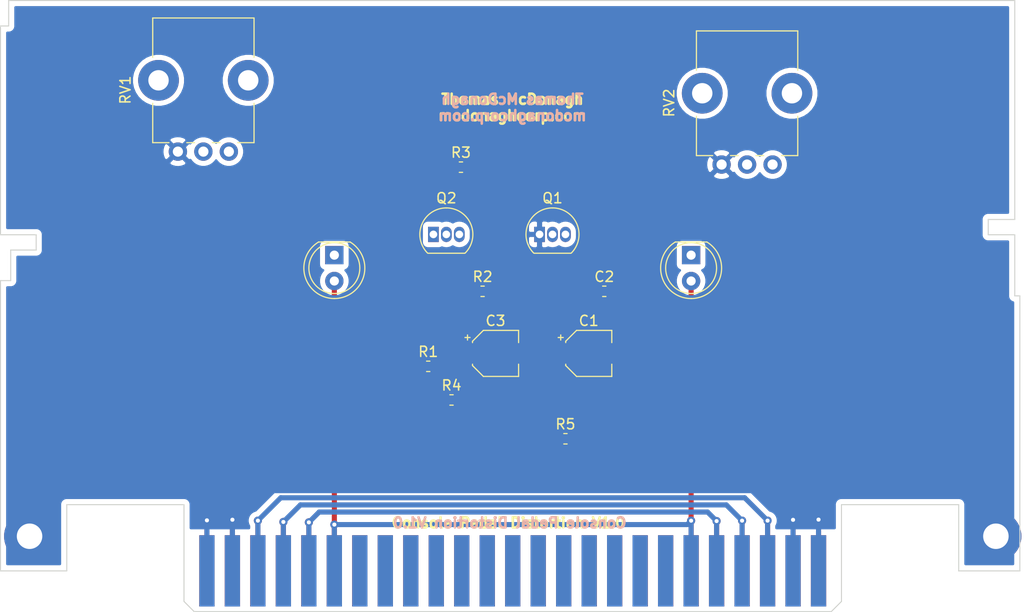
<source format=kicad_pcb>
(kicad_pcb (version 20171130) (host pcbnew "(5.1.6)-1")

  (general
    (thickness 1.6)
    (drawings 32)
    (tracks 56)
    (zones 0)
    (modules 17)
    (nets 14)
  )

  (page A4)
  (layers
    (0 F.Cu signal)
    (31 B.Cu signal hide)
    (32 B.Adhes user)
    (33 F.Adhes user)
    (34 B.Paste user)
    (35 F.Paste user)
    (36 B.SilkS user)
    (37 F.SilkS user)
    (38 B.Mask user hide)
    (39 F.Mask user hide)
    (40 Dwgs.User user)
    (41 Cmts.User user)
    (42 Eco1.User user)
    (43 Eco2.User user)
    (44 Edge.Cuts user)
    (45 Margin user)
    (46 B.CrtYd user)
    (47 F.CrtYd user)
    (48 B.Fab user)
    (49 F.Fab user hide)
  )

  (setup
    (last_trace_width 0.25)
    (user_trace_width 0.5)
    (trace_clearance 0.2)
    (zone_clearance 0.5)
    (zone_45_only no)
    (trace_min 0.2)
    (via_size 0.8)
    (via_drill 0.4)
    (via_min_size 0.4)
    (via_min_drill 0.3)
    (uvia_size 0.3)
    (uvia_drill 0.1)
    (uvias_allowed no)
    (uvia_min_size 0.2)
    (uvia_min_drill 0.1)
    (edge_width 0.05)
    (segment_width 0.2)
    (pcb_text_width 0.3)
    (pcb_text_size 1.5 1.5)
    (mod_edge_width 0.12)
    (mod_text_size 1 1)
    (mod_text_width 0.15)
    (pad_size 1.6 1.6)
    (pad_drill 0.8)
    (pad_to_mask_clearance 0)
    (aux_axis_origin 0 0)
    (visible_elements 7FFFFF7F)
    (pcbplotparams
      (layerselection 0x010fc_ffffffff)
      (usegerberextensions false)
      (usegerberattributes true)
      (usegerberadvancedattributes true)
      (creategerberjobfile true)
      (excludeedgelayer true)
      (linewidth 0.100000)
      (plotframeref false)
      (viasonmask false)
      (mode 1)
      (useauxorigin false)
      (hpglpennumber 1)
      (hpglpenspeed 20)
      (hpglpendiameter 15.000000)
      (psnegative false)
      (psa4output false)
      (plotreference true)
      (plotvalue true)
      (plotinvisibletext false)
      (padsonsilk false)
      (subtractmaskfromsilk false)
      (outputformat 1)
      (mirror false)
      (drillshape 0)
      (scaleselection 1)
      (outputdirectory "Gerbers/"))
  )

  (net 0 "")
  (net 1 GND)
  (net 2 "Net-(C1-Pad1)")
  (net 3 "Net-(C2-Pad2)")
  (net 4 "Net-(C2-Pad1)")
  (net 5 /LEDPower)
  (net 6 /Input)
  (net 7 /Output)
  (net 8 +9V)
  (net 9 "Net-(D1-Pad1)")
  (net 10 "Net-(C3-Pad1)")
  (net 11 "Net-(Q1-Pad3)")
  (net 12 "Net-(Q2-Pad1)")
  (net 13 "Net-(Q2-Pad3)")

  (net_class Default "This is the default net class."
    (clearance 0.2)
    (trace_width 0.25)
    (via_dia 0.8)
    (via_drill 0.4)
    (uvia_dia 0.3)
    (uvia_drill 0.1)
    (add_net +9V)
    (add_net /Input)
    (add_net /LEDPower)
    (add_net /Output)
    (add_net GND)
    (add_net "Net-(C1-Pad1)")
    (add_net "Net-(C2-Pad1)")
    (add_net "Net-(C2-Pad2)")
    (add_net "Net-(C3-Pad1)")
    (add_net "Net-(D1-Pad1)")
    (add_net "Net-(Q1-Pad3)")
    (add_net "Net-(Q2-Pad1)")
    (add_net "Net-(Q2-Pad3)")
  )

  (module LED_THT:LED_D5.0mm (layer F.Cu) (tedit 5995936A) (tstamp 5FA843C0)
    (at 115.25 95 270)
    (descr "LED, diameter 5.0mm, 2 pins, http://cdn-reichelt.de/documents/datenblatt/A500/LL-504BC2E-009.pdf")
    (tags "LED diameter 5.0mm 2 pins")
    (path /5FA93C7E)
    (fp_text reference D1 (at 1.27 -3.96 90) (layer F.SilkS) hide
      (effects (font (size 1 1) (thickness 0.15)))
    )
    (fp_text value LED (at 1.27 3.96 90) (layer F.Fab)
      (effects (font (size 1 1) (thickness 0.15)))
    )
    (fp_circle (center 1.27 0) (end 3.77 0) (layer F.Fab) (width 0.1))
    (fp_circle (center 1.27 0) (end 3.77 0) (layer F.SilkS) (width 0.12))
    (fp_line (start -1.23 -1.469694) (end -1.23 1.469694) (layer F.Fab) (width 0.1))
    (fp_line (start -1.29 -1.545) (end -1.29 1.545) (layer F.SilkS) (width 0.12))
    (fp_line (start -1.95 -3.25) (end -1.95 3.25) (layer F.CrtYd) (width 0.05))
    (fp_line (start -1.95 3.25) (end 4.5 3.25) (layer F.CrtYd) (width 0.05))
    (fp_line (start 4.5 3.25) (end 4.5 -3.25) (layer F.CrtYd) (width 0.05))
    (fp_line (start 4.5 -3.25) (end -1.95 -3.25) (layer F.CrtYd) (width 0.05))
    (fp_arc (start 1.27 0) (end -1.23 -1.469694) (angle 299.1) (layer F.Fab) (width 0.1))
    (fp_arc (start 1.27 0) (end -1.29 -1.54483) (angle 148.9) (layer F.SilkS) (width 0.12))
    (fp_arc (start 1.27 0) (end -1.29 1.54483) (angle -148.9) (layer F.SilkS) (width 0.12))
    (fp_text user %R (at 1.25 0 90) (layer F.Fab)
      (effects (font (size 0.8 0.8) (thickness 0.2)))
    )
    (pad 1 thru_hole rect (at 0 0 270) (size 1.8 1.8) (drill 0.9) (layers *.Cu *.Mask)
      (net 9 "Net-(D1-Pad1)"))
    (pad 2 thru_hole circle (at 2.54 0 270) (size 1.8 1.8) (drill 0.9) (layers *.Cu *.Mask)
      (net 5 /LEDPower))
    (model ${KISYS3DMOD}/LED_THT.3dshapes/LED_D5.0mm.wrl
      (at (xyz 0 0 0))
      (scale (xyz 1 1 1))
      (rotate (xyz 0 0 0))
    )
  )

  (module LED_THT:LED_D5.0mm (layer F.Cu) (tedit 5995936A) (tstamp 5FA842F1)
    (at 150.25 95 270)
    (descr "LED, diameter 5.0mm, 2 pins, http://cdn-reichelt.de/documents/datenblatt/A500/LL-504BC2E-009.pdf")
    (tags "LED diameter 5.0mm 2 pins")
    (path /5FA94A27)
    (fp_text reference D2 (at 1.27 -3.96 90) (layer F.SilkS) hide
      (effects (font (size 1 1) (thickness 0.15)))
    )
    (fp_text value LED (at 1.27 3.96 90) (layer F.Fab)
      (effects (font (size 1 1) (thickness 0.15)))
    )
    (fp_line (start 4.5 -3.25) (end -1.95 -3.25) (layer F.CrtYd) (width 0.05))
    (fp_line (start 4.5 3.25) (end 4.5 -3.25) (layer F.CrtYd) (width 0.05))
    (fp_line (start -1.95 3.25) (end 4.5 3.25) (layer F.CrtYd) (width 0.05))
    (fp_line (start -1.95 -3.25) (end -1.95 3.25) (layer F.CrtYd) (width 0.05))
    (fp_line (start -1.29 -1.545) (end -1.29 1.545) (layer F.SilkS) (width 0.12))
    (fp_line (start -1.23 -1.469694) (end -1.23 1.469694) (layer F.Fab) (width 0.1))
    (fp_circle (center 1.27 0) (end 3.77 0) (layer F.SilkS) (width 0.12))
    (fp_circle (center 1.27 0) (end 3.77 0) (layer F.Fab) (width 0.1))
    (fp_text user %R (at 1.25 0 90) (layer F.Fab)
      (effects (font (size 0.8 0.8) (thickness 0.2)))
    )
    (fp_arc (start 1.27 0) (end -1.29 1.54483) (angle -148.9) (layer F.SilkS) (width 0.12))
    (fp_arc (start 1.27 0) (end -1.29 -1.54483) (angle 148.9) (layer F.SilkS) (width 0.12))
    (fp_arc (start 1.27 0) (end -1.23 -1.469694) (angle 299.1) (layer F.Fab) (width 0.1))
    (pad 2 thru_hole circle (at 2.54 0 270) (size 1.8 1.8) (drill 0.9) (layers *.Cu *.Mask)
      (net 5 /LEDPower))
    (pad 1 thru_hole rect (at 0 0 270) (size 1.8 1.8) (drill 0.9) (layers *.Cu *.Mask)
      (net 9 "Net-(D1-Pad1)"))
    (model ${KISYS3DMOD}/LED_THT.3dshapes/LED_D5.0mm.wrl
      (at (xyz 0 0 0))
      (scale (xyz 1 1 1))
      (rotate (xyz 0 0 0))
    )
  )

  (module libraries:N64-Connector (layer F.Cu) (tedit 5FA77CC1) (tstamp 5FA844EB)
    (at 132.75 126)
    (path /5FAA85D7)
    (fp_text reference J1 (at 0 5.4) (layer F.SilkS) hide
      (effects (font (size 1 1) (thickness 0.15)))
    )
    (fp_text value Conn_02x25_Counter_Clockwise (at 0 6.9) (layer F.Fab)
      (effects (font (size 1 1) (thickness 0.15)))
    )
    (fp_text user Back (at -15.275 -6.62) (layer B.SilkS) hide
      (effects (font (size 2 2) (thickness 0.3)) (justify mirror))
    )
    (fp_text user Front (at -15.6 -6.62) (layer F.SilkS) hide
      (effects (font (size 2 2) (thickness 0.3)))
    )
    (pad 1 connect rect (at -30 0) (size 1.5 7) (layers F.Cu F.Mask)
      (net 1 GND))
    (pad 2 connect rect (at -27.5 0) (size 1.5 7) (layers F.Cu F.Mask)
      (net 1 GND))
    (pad 3 connect rect (at -25 0) (size 1.5 7) (layers F.Cu F.Mask)
      (net 6 /Input))
    (pad 4 connect rect (at -22.5 0) (size 1.5 7) (layers F.Cu F.Mask)
      (net 7 /Output))
    (pad 5 connect rect (at -20 0) (size 1.5 7) (layers F.Cu F.Mask)
      (net 8 +9V))
    (pad 6 connect rect (at -17.5 0) (size 1.5 7) (layers F.Cu F.Mask)
      (net 5 /LEDPower))
    (pad 7 connect rect (at -15 0) (size 1.5 7) (layers F.Cu F.Mask))
    (pad 8 connect rect (at -12.5 0) (size 1.5 7) (layers F.Cu F.Mask))
    (pad 9 connect rect (at -10 0) (size 1.5 7) (layers F.Cu F.Mask))
    (pad 10 connect rect (at -7.5 0) (size 1.5 7) (layers F.Cu F.Mask))
    (pad 11 connect rect (at -5 0) (size 1.5 7) (layers F.Cu F.Mask))
    (pad 12 connect rect (at -2.5 0) (size 1.5 7) (layers F.Cu F.Mask))
    (pad 13 connect rect (at 0 0) (size 1.5 7) (layers F.Cu F.Mask))
    (pad 14 connect rect (at 2.5 0) (size 1.5 7) (layers F.Cu F.Mask))
    (pad 15 connect rect (at 5 0) (size 1.5 7) (layers F.Cu F.Mask))
    (pad 16 connect rect (at 7.5 0) (size 1.5 7) (layers F.Cu F.Mask))
    (pad 17 connect rect (at 10 0) (size 1.5 7) (layers F.Cu F.Mask))
    (pad 18 connect rect (at 12.5 0) (size 1.5 7) (layers F.Cu F.Mask))
    (pad 19 connect rect (at 15 0) (size 1.5 7) (layers F.Cu F.Mask))
    (pad 20 connect rect (at 17.5 0) (size 1.5 7) (layers F.Cu F.Mask)
      (net 5 /LEDPower))
    (pad 21 connect rect (at 20 0) (size 1.5 7) (layers F.Cu F.Mask)
      (net 8 +9V))
    (pad 22 connect rect (at 22.5 0) (size 1.5 7) (layers F.Cu F.Mask)
      (net 7 /Output))
    (pad 23 connect rect (at 25 0) (size 1.5 7) (layers F.Cu F.Mask)
      (net 6 /Input))
    (pad 24 connect rect (at 27.5 0) (size 1.5 7) (layers F.Cu F.Mask)
      (net 1 GND))
    (pad 25 connect rect (at 30 0) (size 1.5 7) (layers F.Cu F.Mask)
      (net 1 GND))
    (pad 26 connect rect (at -30 0) (size 1.5 7) (layers B.Cu B.Mask)
      (net 1 GND))
    (pad 27 connect rect (at -27.5 0) (size 1.5 7) (layers B.Cu B.Mask)
      (net 1 GND))
    (pad 28 connect rect (at -25 0) (size 1.5 7) (layers B.Cu B.Mask)
      (net 6 /Input))
    (pad 29 connect rect (at -22.5 0) (size 1.5 7) (layers B.Cu B.Mask)
      (net 7 /Output))
    (pad 30 connect rect (at -20 0) (size 1.5 7) (layers B.Cu B.Mask)
      (net 8 +9V))
    (pad 31 connect rect (at -17.5 0) (size 1.5 7) (layers B.Cu B.Mask)
      (net 5 /LEDPower))
    (pad 32 connect rect (at -15 0) (size 1.5 7) (layers B.Cu B.Mask))
    (pad 33 connect rect (at -12.5 0) (size 1.5 7) (layers B.Cu B.Mask))
    (pad 34 connect rect (at -10 0) (size 1.5 7) (layers B.Cu B.Mask))
    (pad 35 connect rect (at -7.5 0) (size 1.5 7) (layers B.Cu B.Mask))
    (pad 36 connect rect (at -5 0) (size 1.5 7) (layers B.Cu B.Mask))
    (pad 37 connect rect (at -2.5 0) (size 1.5 7) (layers B.Cu B.Mask))
    (pad 38 connect rect (at 0 0) (size 1.5 7) (layers B.Cu B.Mask))
    (pad 39 connect rect (at 2.5 0) (size 1.5 7) (layers B.Cu B.Mask))
    (pad 40 connect rect (at 5 0) (size 1.5 7) (layers B.Cu B.Mask))
    (pad 41 connect rect (at 7.5 0) (size 1.5 7) (layers B.Cu B.Mask))
    (pad 42 connect rect (at 10 0) (size 1.5 7) (layers B.Cu B.Mask))
    (pad 43 connect rect (at 12.5 0) (size 1.5 7) (layers B.Cu B.Mask))
    (pad 44 connect rect (at 15 0) (size 1.5 7) (layers B.Cu B.Mask))
    (pad 45 connect rect (at 17.5 0) (size 1.5 7) (layers B.Cu B.Mask)
      (net 5 /LEDPower))
    (pad 46 connect rect (at 20 0) (size 1.5 7) (layers B.Cu B.Mask)
      (net 8 +9V))
    (pad 47 connect rect (at 22.5 0) (size 1.5 7) (layers B.Cu B.Mask)
      (net 7 /Output))
    (pad 48 connect rect (at 25 0) (size 1.5 7) (layers B.Cu B.Mask)
      (net 6 /Input))
    (pad 49 connect rect (at 27.5 0) (size 1.5 7) (layers B.Cu B.Mask)
      (net 1 GND))
    (pad 50 connect rect (at 30 0) (size 1.5 7) (layers B.Cu B.Mask)
      (net 1 GND))
  )

  (module MountingHole:MountingHole_2.5mm_Pad (layer F.Cu) (tedit 5FD51072) (tstamp 5FD57994)
    (at 85.35 122.6)
    (descr "Mounting Hole 2.5mm")
    (tags "mounting hole 2.5mm")
    (path /5FD7729C)
    (attr virtual)
    (fp_text reference H1 (at 0 -0.045) (layer F.SilkS) hide
      (effects (font (size 1 1) (thickness 0.15)))
    )
    (fp_text value MountingHole_Pad (at 0 3.5) (layer F.Fab)
      (effects (font (size 1 1) (thickness 0.15)))
    )
    (fp_circle (center 0 0) (end 2.5 0) (layer Cmts.User) (width 0.15))
    (fp_circle (center 0 0) (end 2.75 0) (layer F.CrtYd) (width 0.05))
    (fp_text user %R (at 0.3 0) (layer F.Fab)
      (effects (font (size 1 1) (thickness 0.15)))
    )
    (pad 1 thru_hole circle (at 0 0) (size 5 5) (drill 2.5) (layers *.Cu *.Mask)
      (net 1 GND) (zone_connect 2))
  )

  (module MountingHole:MountingHole_2.5mm_Pad (layer F.Cu) (tedit 5FD51084) (tstamp 5FD5799C)
    (at 180.15 122.6)
    (descr "Mounting Hole 2.5mm")
    (tags "mounting hole 2.5mm")
    (path /5FD78F6F)
    (attr virtual)
    (fp_text reference H2 (at 0 -0.045) (layer F.SilkS) hide
      (effects (font (size 1 1) (thickness 0.15)))
    )
    (fp_text value MountingHole_Pad (at 0 3.5) (layer F.Fab)
      (effects (font (size 1 1) (thickness 0.15)))
    )
    (fp_circle (center 0 0) (end 2.75 0) (layer F.CrtYd) (width 0.05))
    (fp_circle (center 0 0) (end 2.5 0) (layer Cmts.User) (width 0.15))
    (fp_text user %R (at 0.3 0) (layer F.Fab)
      (effects (font (size 1 1) (thickness 0.15)))
    )
    (pad 1 thru_hole circle (at 0 0) (size 5 5) (drill 2.5) (layers *.Cu *.Mask)
      (net 1 GND) (zone_connect 2))
  )

  (module Capacitor_SMD:CP_Elec_4x5.7 (layer F.Cu) (tedit 5BCA39CF) (tstamp 5FDBFC3F)
    (at 140.208 104.648)
    (descr "SMD capacitor, aluminum electrolytic, United Chemi-Con, 4.0x5.7mm")
    (tags "capacitor electrolytic")
    (path /5FDBA350)
    (attr smd)
    (fp_text reference C1 (at 0 -3.2) (layer F.SilkS)
      (effects (font (size 1 1) (thickness 0.15)))
    )
    (fp_text value 2.2uF (at 0 3.2) (layer F.Fab)
      (effects (font (size 1 1) (thickness 0.15)))
    )
    (fp_line (start -3.35 1.05) (end -2.4 1.05) (layer F.CrtYd) (width 0.05))
    (fp_line (start -3.35 -1.05) (end -3.35 1.05) (layer F.CrtYd) (width 0.05))
    (fp_line (start -2.4 -1.05) (end -3.35 -1.05) (layer F.CrtYd) (width 0.05))
    (fp_line (start -2.4 1.05) (end -2.4 1.25) (layer F.CrtYd) (width 0.05))
    (fp_line (start -2.4 -1.25) (end -2.4 -1.05) (layer F.CrtYd) (width 0.05))
    (fp_line (start -2.4 -1.25) (end -1.25 -2.4) (layer F.CrtYd) (width 0.05))
    (fp_line (start -2.4 1.25) (end -1.25 2.4) (layer F.CrtYd) (width 0.05))
    (fp_line (start -1.25 -2.4) (end 2.4 -2.4) (layer F.CrtYd) (width 0.05))
    (fp_line (start -1.25 2.4) (end 2.4 2.4) (layer F.CrtYd) (width 0.05))
    (fp_line (start 2.4 1.05) (end 2.4 2.4) (layer F.CrtYd) (width 0.05))
    (fp_line (start 3.35 1.05) (end 2.4 1.05) (layer F.CrtYd) (width 0.05))
    (fp_line (start 3.35 -1.05) (end 3.35 1.05) (layer F.CrtYd) (width 0.05))
    (fp_line (start 2.4 -1.05) (end 3.35 -1.05) (layer F.CrtYd) (width 0.05))
    (fp_line (start 2.4 -2.4) (end 2.4 -1.05) (layer F.CrtYd) (width 0.05))
    (fp_line (start -2.75 -1.81) (end -2.75 -1.31) (layer F.SilkS) (width 0.12))
    (fp_line (start -3 -1.56) (end -2.5 -1.56) (layer F.SilkS) (width 0.12))
    (fp_line (start -2.26 1.195563) (end -1.195563 2.26) (layer F.SilkS) (width 0.12))
    (fp_line (start -2.26 -1.195563) (end -1.195563 -2.26) (layer F.SilkS) (width 0.12))
    (fp_line (start -2.26 -1.195563) (end -2.26 -1.06) (layer F.SilkS) (width 0.12))
    (fp_line (start -2.26 1.195563) (end -2.26 1.06) (layer F.SilkS) (width 0.12))
    (fp_line (start -1.195563 2.26) (end 2.26 2.26) (layer F.SilkS) (width 0.12))
    (fp_line (start -1.195563 -2.26) (end 2.26 -2.26) (layer F.SilkS) (width 0.12))
    (fp_line (start 2.26 -2.26) (end 2.26 -1.06) (layer F.SilkS) (width 0.12))
    (fp_line (start 2.26 2.26) (end 2.26 1.06) (layer F.SilkS) (width 0.12))
    (fp_line (start -1.374773 -1.2) (end -1.374773 -0.8) (layer F.Fab) (width 0.1))
    (fp_line (start -1.574773 -1) (end -1.174773 -1) (layer F.Fab) (width 0.1))
    (fp_line (start -2.15 1.15) (end -1.15 2.15) (layer F.Fab) (width 0.1))
    (fp_line (start -2.15 -1.15) (end -1.15 -2.15) (layer F.Fab) (width 0.1))
    (fp_line (start -2.15 -1.15) (end -2.15 1.15) (layer F.Fab) (width 0.1))
    (fp_line (start -1.15 2.15) (end 2.15 2.15) (layer F.Fab) (width 0.1))
    (fp_line (start -1.15 -2.15) (end 2.15 -2.15) (layer F.Fab) (width 0.1))
    (fp_line (start 2.15 -2.15) (end 2.15 2.15) (layer F.Fab) (width 0.1))
    (fp_circle (center 0 0) (end 2 0) (layer F.Fab) (width 0.1))
    (fp_text user %R (at 0 0) (layer F.Fab)
      (effects (font (size 0.8 0.8) (thickness 0.12)))
    )
    (pad 1 smd roundrect (at -1.8 0) (size 2.6 1.6) (layers F.Cu F.Paste F.Mask) (roundrect_rratio 0.15625)
      (net 2 "Net-(C1-Pad1)"))
    (pad 2 smd roundrect (at 1.8 0) (size 2.6 1.6) (layers F.Cu F.Paste F.Mask) (roundrect_rratio 0.15625)
      (net 6 /Input))
    (model ${KISYS3DMOD}/Capacitor_SMD.3dshapes/CP_Elec_4x5.7.wrl
      (at (xyz 0 0 0))
      (scale (xyz 1 1 1))
      (rotate (xyz 0 0 0))
    )
  )

  (module Capacitor_SMD:C_0603_1608Metric (layer F.Cu) (tedit 5B301BBE) (tstamp 5FDBFC50)
    (at 141.732 98.552)
    (descr "Capacitor SMD 0603 (1608 Metric), square (rectangular) end terminal, IPC_7351 nominal, (Body size source: http://www.tortai-tech.com/upload/download/2011102023233369053.pdf), generated with kicad-footprint-generator")
    (tags capacitor)
    (path /5FDC4FFF)
    (attr smd)
    (fp_text reference C2 (at 0 -1.43) (layer F.SilkS)
      (effects (font (size 1 1) (thickness 0.15)))
    )
    (fp_text value 0.01uF (at 0 1.43) (layer F.Fab)
      (effects (font (size 1 1) (thickness 0.15)))
    )
    (fp_line (start 1.48 0.73) (end -1.48 0.73) (layer F.CrtYd) (width 0.05))
    (fp_line (start 1.48 -0.73) (end 1.48 0.73) (layer F.CrtYd) (width 0.05))
    (fp_line (start -1.48 -0.73) (end 1.48 -0.73) (layer F.CrtYd) (width 0.05))
    (fp_line (start -1.48 0.73) (end -1.48 -0.73) (layer F.CrtYd) (width 0.05))
    (fp_line (start -0.162779 0.51) (end 0.162779 0.51) (layer F.SilkS) (width 0.12))
    (fp_line (start -0.162779 -0.51) (end 0.162779 -0.51) (layer F.SilkS) (width 0.12))
    (fp_line (start 0.8 0.4) (end -0.8 0.4) (layer F.Fab) (width 0.1))
    (fp_line (start 0.8 -0.4) (end 0.8 0.4) (layer F.Fab) (width 0.1))
    (fp_line (start -0.8 -0.4) (end 0.8 -0.4) (layer F.Fab) (width 0.1))
    (fp_line (start -0.8 0.4) (end -0.8 -0.4) (layer F.Fab) (width 0.1))
    (fp_text user %R (at 0 0) (layer F.Fab)
      (effects (font (size 0.4 0.4) (thickness 0.06)))
    )
    (pad 1 smd roundrect (at -0.7875 0) (size 0.875 0.95) (layers F.Cu F.Paste F.Mask) (roundrect_rratio 0.25)
      (net 4 "Net-(C2-Pad1)"))
    (pad 2 smd roundrect (at 0.7875 0) (size 0.875 0.95) (layers F.Cu F.Paste F.Mask) (roundrect_rratio 0.25)
      (net 3 "Net-(C2-Pad2)"))
    (model ${KISYS3DMOD}/Capacitor_SMD.3dshapes/C_0603_1608Metric.wrl
      (at (xyz 0 0 0))
      (scale (xyz 1 1 1))
      (rotate (xyz 0 0 0))
    )
  )

  (module Capacitor_SMD:CP_Elec_4x5.3 (layer F.Cu) (tedit 5BCA39CF) (tstamp 5FDBFC78)
    (at 131.064 104.648)
    (descr "SMD capacitor, aluminum electrolytic, Vishay, 4.0x5.3mm")
    (tags "capacitor electrolytic")
    (path /5FDCFCAD)
    (attr smd)
    (fp_text reference C3 (at 0 -3.2) (layer F.SilkS)
      (effects (font (size 1 1) (thickness 0.15)))
    )
    (fp_text value 22uF (at 0 3.2) (layer F.Fab)
      (effects (font (size 1 1) (thickness 0.15)))
    )
    (fp_line (start -3.35 1.05) (end -2.4 1.05) (layer F.CrtYd) (width 0.05))
    (fp_line (start -3.35 -1.05) (end -3.35 1.05) (layer F.CrtYd) (width 0.05))
    (fp_line (start -2.4 -1.05) (end -3.35 -1.05) (layer F.CrtYd) (width 0.05))
    (fp_line (start -2.4 1.05) (end -2.4 1.25) (layer F.CrtYd) (width 0.05))
    (fp_line (start -2.4 -1.25) (end -2.4 -1.05) (layer F.CrtYd) (width 0.05))
    (fp_line (start -2.4 -1.25) (end -1.25 -2.4) (layer F.CrtYd) (width 0.05))
    (fp_line (start -2.4 1.25) (end -1.25 2.4) (layer F.CrtYd) (width 0.05))
    (fp_line (start -1.25 -2.4) (end 2.4 -2.4) (layer F.CrtYd) (width 0.05))
    (fp_line (start -1.25 2.4) (end 2.4 2.4) (layer F.CrtYd) (width 0.05))
    (fp_line (start 2.4 1.05) (end 2.4 2.4) (layer F.CrtYd) (width 0.05))
    (fp_line (start 3.35 1.05) (end 2.4 1.05) (layer F.CrtYd) (width 0.05))
    (fp_line (start 3.35 -1.05) (end 3.35 1.05) (layer F.CrtYd) (width 0.05))
    (fp_line (start 2.4 -1.05) (end 3.35 -1.05) (layer F.CrtYd) (width 0.05))
    (fp_line (start 2.4 -2.4) (end 2.4 -1.05) (layer F.CrtYd) (width 0.05))
    (fp_line (start -2.75 -1.81) (end -2.75 -1.31) (layer F.SilkS) (width 0.12))
    (fp_line (start -3 -1.56) (end -2.5 -1.56) (layer F.SilkS) (width 0.12))
    (fp_line (start -2.26 1.195563) (end -1.195563 2.26) (layer F.SilkS) (width 0.12))
    (fp_line (start -2.26 -1.195563) (end -1.195563 -2.26) (layer F.SilkS) (width 0.12))
    (fp_line (start -2.26 -1.195563) (end -2.26 -1.06) (layer F.SilkS) (width 0.12))
    (fp_line (start -2.26 1.195563) (end -2.26 1.06) (layer F.SilkS) (width 0.12))
    (fp_line (start -1.195563 2.26) (end 2.26 2.26) (layer F.SilkS) (width 0.12))
    (fp_line (start -1.195563 -2.26) (end 2.26 -2.26) (layer F.SilkS) (width 0.12))
    (fp_line (start 2.26 -2.26) (end 2.26 -1.06) (layer F.SilkS) (width 0.12))
    (fp_line (start 2.26 2.26) (end 2.26 1.06) (layer F.SilkS) (width 0.12))
    (fp_line (start -1.374773 -1.2) (end -1.374773 -0.8) (layer F.Fab) (width 0.1))
    (fp_line (start -1.574773 -1) (end -1.174773 -1) (layer F.Fab) (width 0.1))
    (fp_line (start -2.15 1.15) (end -1.15 2.15) (layer F.Fab) (width 0.1))
    (fp_line (start -2.15 -1.15) (end -1.15 -2.15) (layer F.Fab) (width 0.1))
    (fp_line (start -2.15 -1.15) (end -2.15 1.15) (layer F.Fab) (width 0.1))
    (fp_line (start -1.15 2.15) (end 2.15 2.15) (layer F.Fab) (width 0.1))
    (fp_line (start -1.15 -2.15) (end 2.15 -2.15) (layer F.Fab) (width 0.1))
    (fp_line (start 2.15 -2.15) (end 2.15 2.15) (layer F.Fab) (width 0.1))
    (fp_circle (center 0 0) (end 2 0) (layer F.Fab) (width 0.1))
    (fp_text user %R (at 0 0) (layer F.Fab)
      (effects (font (size 0.8 0.8) (thickness 0.12)))
    )
    (pad 1 smd roundrect (at -1.8 0) (size 2.6 1.6) (layers F.Cu F.Paste F.Mask) (roundrect_rratio 0.15625)
      (net 10 "Net-(C3-Pad1)"))
    (pad 2 smd roundrect (at 1.8 0) (size 2.6 1.6) (layers F.Cu F.Paste F.Mask) (roundrect_rratio 0.15625)
      (net 1 GND))
    (model ${KISYS3DMOD}/Capacitor_SMD.3dshapes/CP_Elec_4x5.3.wrl
      (at (xyz 0 0 0))
      (scale (xyz 1 1 1))
      (rotate (xyz 0 0 0))
    )
  )

  (module Package_TO_SOT_THT:TO-92_Inline (layer F.Cu) (tedit 5A1DD157) (tstamp 5FDBFC8A)
    (at 135.382 92.964)
    (descr "TO-92 leads in-line, narrow, oval pads, drill 0.75mm (see NXP sot054_po.pdf)")
    (tags "to-92 sc-43 sc-43a sot54 PA33 transistor")
    (path /5FDBB0A9)
    (fp_text reference Q1 (at 1.27 -3.56) (layer F.SilkS)
      (effects (font (size 1 1) (thickness 0.15)))
    )
    (fp_text value 2N3904 (at 1.27 2.79) (layer F.Fab)
      (effects (font (size 1 1) (thickness 0.15)))
    )
    (fp_line (start 4 2.01) (end -1.46 2.01) (layer F.CrtYd) (width 0.05))
    (fp_line (start 4 2.01) (end 4 -2.73) (layer F.CrtYd) (width 0.05))
    (fp_line (start -1.46 -2.73) (end -1.46 2.01) (layer F.CrtYd) (width 0.05))
    (fp_line (start -1.46 -2.73) (end 4 -2.73) (layer F.CrtYd) (width 0.05))
    (fp_line (start -0.5 1.75) (end 3 1.75) (layer F.Fab) (width 0.1))
    (fp_line (start -0.53 1.85) (end 3.07 1.85) (layer F.SilkS) (width 0.12))
    (fp_text user %R (at 1.27 -3.56) (layer F.Fab)
      (effects (font (size 1 1) (thickness 0.15)))
    )
    (fp_arc (start 1.27 0) (end 1.27 -2.48) (angle 135) (layer F.Fab) (width 0.1))
    (fp_arc (start 1.27 0) (end 1.27 -2.6) (angle -135) (layer F.SilkS) (width 0.12))
    (fp_arc (start 1.27 0) (end 1.27 -2.48) (angle -135) (layer F.Fab) (width 0.1))
    (fp_arc (start 1.27 0) (end 1.27 -2.6) (angle 135) (layer F.SilkS) (width 0.12))
    (pad 2 thru_hole oval (at 1.27 0) (size 1.05 1.5) (drill 0.75) (layers *.Cu *.Mask)
      (net 2 "Net-(C1-Pad1)"))
    (pad 3 thru_hole oval (at 2.54 0) (size 1.05 1.5) (drill 0.75) (layers *.Cu *.Mask)
      (net 11 "Net-(Q1-Pad3)"))
    (pad 1 thru_hole rect (at 0 0) (size 1.05 1.5) (drill 0.75) (layers *.Cu *.Mask)
      (net 1 GND))
    (model ${KISYS3DMOD}/Package_TO_SOT_THT.3dshapes/TO-92_Inline.wrl
      (at (xyz 0 0 0))
      (scale (xyz 1 1 1))
      (rotate (xyz 0 0 0))
    )
  )

  (module Package_TO_SOT_THT:TO-92_Inline (layer F.Cu) (tedit 5A1DD157) (tstamp 5FDBFC9C)
    (at 124.968 92.964)
    (descr "TO-92 leads in-line, narrow, oval pads, drill 0.75mm (see NXP sot054_po.pdf)")
    (tags "to-92 sc-43 sc-43a sot54 PA33 transistor")
    (path /5FDBBF16)
    (fp_text reference Q2 (at 1.27 -3.56) (layer F.SilkS)
      (effects (font (size 1 1) (thickness 0.15)))
    )
    (fp_text value 2N3904 (at 1.27 2.79) (layer F.Fab)
      (effects (font (size 1 1) (thickness 0.15)))
    )
    (fp_arc (start 1.27 0) (end 1.27 -2.6) (angle 135) (layer F.SilkS) (width 0.12))
    (fp_arc (start 1.27 0) (end 1.27 -2.48) (angle -135) (layer F.Fab) (width 0.1))
    (fp_arc (start 1.27 0) (end 1.27 -2.6) (angle -135) (layer F.SilkS) (width 0.12))
    (fp_arc (start 1.27 0) (end 1.27 -2.48) (angle 135) (layer F.Fab) (width 0.1))
    (fp_text user %R (at 1.27 -3.56) (layer F.Fab)
      (effects (font (size 1 1) (thickness 0.15)))
    )
    (fp_line (start -0.53 1.85) (end 3.07 1.85) (layer F.SilkS) (width 0.12))
    (fp_line (start -0.5 1.75) (end 3 1.75) (layer F.Fab) (width 0.1))
    (fp_line (start -1.46 -2.73) (end 4 -2.73) (layer F.CrtYd) (width 0.05))
    (fp_line (start -1.46 -2.73) (end -1.46 2.01) (layer F.CrtYd) (width 0.05))
    (fp_line (start 4 2.01) (end 4 -2.73) (layer F.CrtYd) (width 0.05))
    (fp_line (start 4 2.01) (end -1.46 2.01) (layer F.CrtYd) (width 0.05))
    (pad 1 thru_hole rect (at 0 0) (size 1.05 1.5) (drill 0.75) (layers *.Cu *.Mask)
      (net 12 "Net-(Q2-Pad1)"))
    (pad 3 thru_hole oval (at 2.54 0) (size 1.05 1.5) (drill 0.75) (layers *.Cu *.Mask)
      (net 13 "Net-(Q2-Pad3)"))
    (pad 2 thru_hole oval (at 1.27 0) (size 1.05 1.5) (drill 0.75) (layers *.Cu *.Mask)
      (net 11 "Net-(Q1-Pad3)"))
    (model ${KISYS3DMOD}/Package_TO_SOT_THT.3dshapes/TO-92_Inline.wrl
      (at (xyz 0 0 0))
      (scale (xyz 1 1 1))
      (rotate (xyz 0 0 0))
    )
  )

  (module Resistor_SMD:R_0603_1608Metric (layer F.Cu) (tedit 5B301BBD) (tstamp 5FDBFCAD)
    (at 124.46 105.918)
    (descr "Resistor SMD 0603 (1608 Metric), square (rectangular) end terminal, IPC_7351 nominal, (Body size source: http://www.tortai-tech.com/upload/download/2011102023233369053.pdf), generated with kicad-footprint-generator")
    (tags resistor)
    (path /5FDBC2D5)
    (attr smd)
    (fp_text reference R1 (at 0 -1.43) (layer F.SilkS)
      (effects (font (size 1 1) (thickness 0.15)))
    )
    (fp_text value 33K (at 0 1.43) (layer F.Fab)
      (effects (font (size 1 1) (thickness 0.15)))
    )
    (fp_text user %R (at 0 0) (layer F.Fab)
      (effects (font (size 0.4 0.4) (thickness 0.06)))
    )
    (fp_line (start -0.8 0.4) (end -0.8 -0.4) (layer F.Fab) (width 0.1))
    (fp_line (start -0.8 -0.4) (end 0.8 -0.4) (layer F.Fab) (width 0.1))
    (fp_line (start 0.8 -0.4) (end 0.8 0.4) (layer F.Fab) (width 0.1))
    (fp_line (start 0.8 0.4) (end -0.8 0.4) (layer F.Fab) (width 0.1))
    (fp_line (start -0.162779 -0.51) (end 0.162779 -0.51) (layer F.SilkS) (width 0.12))
    (fp_line (start -0.162779 0.51) (end 0.162779 0.51) (layer F.SilkS) (width 0.12))
    (fp_line (start -1.48 0.73) (end -1.48 -0.73) (layer F.CrtYd) (width 0.05))
    (fp_line (start -1.48 -0.73) (end 1.48 -0.73) (layer F.CrtYd) (width 0.05))
    (fp_line (start 1.48 -0.73) (end 1.48 0.73) (layer F.CrtYd) (width 0.05))
    (fp_line (start 1.48 0.73) (end -1.48 0.73) (layer F.CrtYd) (width 0.05))
    (pad 2 smd roundrect (at 0.7875 0) (size 0.875 0.95) (layers F.Cu F.Paste F.Mask) (roundrect_rratio 0.25)
      (net 8 +9V))
    (pad 1 smd roundrect (at -0.7875 0) (size 0.875 0.95) (layers F.Cu F.Paste F.Mask) (roundrect_rratio 0.25)
      (net 11 "Net-(Q1-Pad3)"))
    (model ${KISYS3DMOD}/Resistor_SMD.3dshapes/R_0603_1608Metric.wrl
      (at (xyz 0 0 0))
      (scale (xyz 1 1 1))
      (rotate (xyz 0 0 0))
    )
  )

  (module Resistor_SMD:R_0603_1608Metric (layer F.Cu) (tedit 5B301BBD) (tstamp 5FDBFCBE)
    (at 129.794 98.552)
    (descr "Resistor SMD 0603 (1608 Metric), square (rectangular) end terminal, IPC_7351 nominal, (Body size source: http://www.tortai-tech.com/upload/download/2011102023233369053.pdf), generated with kicad-footprint-generator")
    (tags resistor)
    (path /5FDBD12D)
    (attr smd)
    (fp_text reference R2 (at 0 -1.43) (layer F.SilkS)
      (effects (font (size 1 1) (thickness 0.15)))
    )
    (fp_text value 330 (at 0 1.43) (layer F.Fab)
      (effects (font (size 1 1) (thickness 0.15)))
    )
    (fp_line (start 1.48 0.73) (end -1.48 0.73) (layer F.CrtYd) (width 0.05))
    (fp_line (start 1.48 -0.73) (end 1.48 0.73) (layer F.CrtYd) (width 0.05))
    (fp_line (start -1.48 -0.73) (end 1.48 -0.73) (layer F.CrtYd) (width 0.05))
    (fp_line (start -1.48 0.73) (end -1.48 -0.73) (layer F.CrtYd) (width 0.05))
    (fp_line (start -0.162779 0.51) (end 0.162779 0.51) (layer F.SilkS) (width 0.12))
    (fp_line (start -0.162779 -0.51) (end 0.162779 -0.51) (layer F.SilkS) (width 0.12))
    (fp_line (start 0.8 0.4) (end -0.8 0.4) (layer F.Fab) (width 0.1))
    (fp_line (start 0.8 -0.4) (end 0.8 0.4) (layer F.Fab) (width 0.1))
    (fp_line (start -0.8 -0.4) (end 0.8 -0.4) (layer F.Fab) (width 0.1))
    (fp_line (start -0.8 0.4) (end -0.8 -0.4) (layer F.Fab) (width 0.1))
    (fp_text user %R (at 0 0) (layer F.Fab)
      (effects (font (size 0.4 0.4) (thickness 0.06)))
    )
    (pad 1 smd roundrect (at -0.7875 0) (size 0.875 0.95) (layers F.Cu F.Paste F.Mask) (roundrect_rratio 0.25)
      (net 3 "Net-(C2-Pad2)"))
    (pad 2 smd roundrect (at 0.7875 0) (size 0.875 0.95) (layers F.Cu F.Paste F.Mask) (roundrect_rratio 0.25)
      (net 8 +9V))
    (model ${KISYS3DMOD}/Resistor_SMD.3dshapes/R_0603_1608Metric.wrl
      (at (xyz 0 0 0))
      (scale (xyz 1 1 1))
      (rotate (xyz 0 0 0))
    )
  )

  (module Resistor_SMD:R_0603_1608Metric (layer F.Cu) (tedit 5B301BBD) (tstamp 5FDBFCBF)
    (at 127.67 86.36)
    (descr "Resistor SMD 0603 (1608 Metric), square (rectangular) end terminal, IPC_7351 nominal, (Body size source: http://www.tortai-tech.com/upload/download/2011102023233369053.pdf), generated with kicad-footprint-generator")
    (tags resistor)
    (path /5FA964BB)
    (attr smd)
    (fp_text reference R3 (at 0 -1.43) (layer F.SilkS)
      (effects (font (size 1 1) (thickness 0.15)))
    )
    (fp_text value 100K (at 0 1.43) (layer F.Fab)
      (effects (font (size 1 1) (thickness 0.15)))
    )
    (fp_line (start 1.48 0.73) (end -1.48 0.73) (layer F.CrtYd) (width 0.05))
    (fp_line (start 1.48 -0.73) (end 1.48 0.73) (layer F.CrtYd) (width 0.05))
    (fp_line (start -1.48 -0.73) (end 1.48 -0.73) (layer F.CrtYd) (width 0.05))
    (fp_line (start -1.48 0.73) (end -1.48 -0.73) (layer F.CrtYd) (width 0.05))
    (fp_line (start -0.162779 0.51) (end 0.162779 0.51) (layer F.SilkS) (width 0.12))
    (fp_line (start -0.162779 -0.51) (end 0.162779 -0.51) (layer F.SilkS) (width 0.12))
    (fp_line (start 0.8 0.4) (end -0.8 0.4) (layer F.Fab) (width 0.1))
    (fp_line (start 0.8 -0.4) (end 0.8 0.4) (layer F.Fab) (width 0.1))
    (fp_line (start -0.8 -0.4) (end 0.8 -0.4) (layer F.Fab) (width 0.1))
    (fp_line (start -0.8 0.4) (end -0.8 -0.4) (layer F.Fab) (width 0.1))
    (fp_text user %R (at 0 0) (layer F.Fab)
      (effects (font (size 0.4 0.4) (thickness 0.06)))
    )
    (pad 1 smd roundrect (at -0.7875 0) (size 0.875 0.95) (layers F.Cu F.Paste F.Mask) (roundrect_rratio 0.25)
      (net 1 GND))
    (pad 2 smd roundrect (at 0.7875 0) (size 0.875 0.95) (layers F.Cu F.Paste F.Mask) (roundrect_rratio 0.25)
      (net 9 "Net-(D1-Pad1)"))
    (model ${KISYS3DMOD}/Resistor_SMD.3dshapes/R_0603_1608Metric.wrl
      (at (xyz 0 0 0))
      (scale (xyz 1 1 1))
      (rotate (xyz 0 0 0))
    )
  )

  (module Resistor_SMD:R_0603_1608Metric (layer F.Cu) (tedit 5B301BBD) (tstamp 5FDBFCDF)
    (at 126.746 109.22)
    (descr "Resistor SMD 0603 (1608 Metric), square (rectangular) end terminal, IPC_7351 nominal, (Body size source: http://www.tortai-tech.com/upload/download/2011102023233369053.pdf), generated with kicad-footprint-generator")
    (tags resistor)
    (path /5FDC769E)
    (attr smd)
    (fp_text reference R4 (at 0 -1.43) (layer F.SilkS)
      (effects (font (size 1 1) (thickness 0.15)))
    )
    (fp_text value 100K (at 0 1.43) (layer F.Fab)
      (effects (font (size 1 1) (thickness 0.15)))
    )
    (fp_line (start 1.48 0.73) (end -1.48 0.73) (layer F.CrtYd) (width 0.05))
    (fp_line (start 1.48 -0.73) (end 1.48 0.73) (layer F.CrtYd) (width 0.05))
    (fp_line (start -1.48 -0.73) (end 1.48 -0.73) (layer F.CrtYd) (width 0.05))
    (fp_line (start -1.48 0.73) (end -1.48 -0.73) (layer F.CrtYd) (width 0.05))
    (fp_line (start -0.162779 0.51) (end 0.162779 0.51) (layer F.SilkS) (width 0.12))
    (fp_line (start -0.162779 -0.51) (end 0.162779 -0.51) (layer F.SilkS) (width 0.12))
    (fp_line (start 0.8 0.4) (end -0.8 0.4) (layer F.Fab) (width 0.1))
    (fp_line (start 0.8 -0.4) (end 0.8 0.4) (layer F.Fab) (width 0.1))
    (fp_line (start -0.8 -0.4) (end 0.8 -0.4) (layer F.Fab) (width 0.1))
    (fp_line (start -0.8 0.4) (end -0.8 -0.4) (layer F.Fab) (width 0.1))
    (fp_text user %R (at 0 0) (layer F.Fab)
      (effects (font (size 0.4 0.4) (thickness 0.06)))
    )
    (pad 1 smd roundrect (at -0.7875 0) (size 0.875 0.95) (layers F.Cu F.Paste F.Mask) (roundrect_rratio 0.25)
      (net 2 "Net-(C1-Pad1)"))
    (pad 2 smd roundrect (at 0.7875 0) (size 0.875 0.95) (layers F.Cu F.Paste F.Mask) (roundrect_rratio 0.25)
      (net 12 "Net-(Q2-Pad1)"))
    (model ${KISYS3DMOD}/Resistor_SMD.3dshapes/R_0603_1608Metric.wrl
      (at (xyz 0 0 0))
      (scale (xyz 1 1 1))
      (rotate (xyz 0 0 0))
    )
  )

  (module Resistor_SMD:R_0603_1608Metric (layer F.Cu) (tedit 5B301BBD) (tstamp 5FDBFCF0)
    (at 137.922 113.03)
    (descr "Resistor SMD 0603 (1608 Metric), square (rectangular) end terminal, IPC_7351 nominal, (Body size source: http://www.tortai-tech.com/upload/download/2011102023233369053.pdf), generated with kicad-footprint-generator")
    (tags resistor)
    (path /5FDBD4C3)
    (attr smd)
    (fp_text reference R5 (at 0 -1.43) (layer F.SilkS)
      (effects (font (size 1 1) (thickness 0.15)))
    )
    (fp_text value 8.2K (at 0 1.43) (layer F.Fab)
      (effects (font (size 1 1) (thickness 0.15)))
    )
    (fp_text user %R (at 0 0) (layer F.Fab)
      (effects (font (size 0.4 0.4) (thickness 0.06)))
    )
    (fp_line (start -0.8 0.4) (end -0.8 -0.4) (layer F.Fab) (width 0.1))
    (fp_line (start -0.8 -0.4) (end 0.8 -0.4) (layer F.Fab) (width 0.1))
    (fp_line (start 0.8 -0.4) (end 0.8 0.4) (layer F.Fab) (width 0.1))
    (fp_line (start 0.8 0.4) (end -0.8 0.4) (layer F.Fab) (width 0.1))
    (fp_line (start -0.162779 -0.51) (end 0.162779 -0.51) (layer F.SilkS) (width 0.12))
    (fp_line (start -0.162779 0.51) (end 0.162779 0.51) (layer F.SilkS) (width 0.12))
    (fp_line (start -1.48 0.73) (end -1.48 -0.73) (layer F.CrtYd) (width 0.05))
    (fp_line (start -1.48 -0.73) (end 1.48 -0.73) (layer F.CrtYd) (width 0.05))
    (fp_line (start 1.48 -0.73) (end 1.48 0.73) (layer F.CrtYd) (width 0.05))
    (fp_line (start 1.48 0.73) (end -1.48 0.73) (layer F.CrtYd) (width 0.05))
    (pad 2 smd roundrect (at 0.7875 0) (size 0.875 0.95) (layers F.Cu F.Paste F.Mask) (roundrect_rratio 0.25)
      (net 3 "Net-(C2-Pad2)"))
    (pad 1 smd roundrect (at -0.7875 0) (size 0.875 0.95) (layers F.Cu F.Paste F.Mask) (roundrect_rratio 0.25)
      (net 13 "Net-(Q2-Pad3)"))
    (model ${KISYS3DMOD}/Resistor_SMD.3dshapes/R_0603_1608Metric.wrl
      (at (xyz 0 0 0))
      (scale (xyz 1 1 1))
      (rotate (xyz 0 0 0))
    )
  )

  (module Potentiometer_THT:Potentiometer_Bourns_PTV09A-1_Single_Vertical (layer F.Cu) (tedit 5A3D4993) (tstamp 5FDBFD0C)
    (at 104.902 84.836 90)
    (descr "Potentiometer, vertical, Bourns PTV09A-1 Single, http://www.bourns.com/docs/Product-Datasheets/ptv09.pdf")
    (tags "Potentiometer vertical Bourns PTV09A-1 Single")
    (path /5FDC898F)
    (fp_text reference RV1 (at 6.05 -10.15 90) (layer F.SilkS)
      (effects (font (size 1 1) (thickness 0.15)))
    )
    (fp_text value 1K (at 6.05 5.15 90) (layer F.Fab)
      (effects (font (size 1 1) (thickness 0.15)))
    )
    (fp_text user %R (at 2 -2.5) (layer F.Fab)
      (effects (font (size 1 1) (thickness 0.15)))
    )
    (fp_circle (center 7.5 -2.5) (end 10.5 -2.5) (layer F.Fab) (width 0.1))
    (fp_line (start 1 -7.35) (end 1 2.35) (layer F.Fab) (width 0.1))
    (fp_line (start 1 2.35) (end 13 2.35) (layer F.Fab) (width 0.1))
    (fp_line (start 13 2.35) (end 13 -7.35) (layer F.Fab) (width 0.1))
    (fp_line (start 13 -7.35) (end 1 -7.35) (layer F.Fab) (width 0.1))
    (fp_line (start 0.88 -7.47) (end 4.745 -7.47) (layer F.SilkS) (width 0.12))
    (fp_line (start 9.255 -7.47) (end 13.12 -7.47) (layer F.SilkS) (width 0.12))
    (fp_line (start 0.88 2.47) (end 4.745 2.47) (layer F.SilkS) (width 0.12))
    (fp_line (start 9.255 2.47) (end 13.12 2.47) (layer F.SilkS) (width 0.12))
    (fp_line (start 0.88 -7.47) (end 0.88 -5.871) (layer F.SilkS) (width 0.12))
    (fp_line (start 0.88 -4.129) (end 0.88 -3.37) (layer F.SilkS) (width 0.12))
    (fp_line (start 0.88 -1.629) (end 0.88 -0.87) (layer F.SilkS) (width 0.12))
    (fp_line (start 0.88 0.87) (end 0.88 2.47) (layer F.SilkS) (width 0.12))
    (fp_line (start 13.12 -7.47) (end 13.12 2.47) (layer F.SilkS) (width 0.12))
    (fp_line (start -1.15 -9.15) (end -1.15 4.15) (layer F.CrtYd) (width 0.05))
    (fp_line (start -1.15 4.15) (end 13.25 4.15) (layer F.CrtYd) (width 0.05))
    (fp_line (start 13.25 4.15) (end 13.25 -9.15) (layer F.CrtYd) (width 0.05))
    (fp_line (start 13.25 -9.15) (end -1.15 -9.15) (layer F.CrtYd) (width 0.05))
    (pad "" np_thru_hole circle (at 7 1.9 90) (size 4 4) (drill 2) (layers *.Cu *.Mask))
    (pad "" np_thru_hole circle (at 7 -6.9 90) (size 4 4) (drill 2) (layers *.Cu *.Mask))
    (pad 1 thru_hole circle (at 0 0 90) (size 1.8 1.8) (drill 1) (layers *.Cu *.Mask)
      (net 12 "Net-(Q2-Pad1)"))
    (pad 2 thru_hole circle (at 0 -2.5 90) (size 1.8 1.8) (drill 1) (layers *.Cu *.Mask)
      (net 10 "Net-(C3-Pad1)"))
    (pad 3 thru_hole circle (at 0 -5 90) (size 1.8 1.8) (drill 1) (layers *.Cu *.Mask)
      (net 1 GND))
    (model ${KISYS3DMOD}/Potentiometer_THT.3dshapes/Potentiometer_Bourns_PTV09A-1_Single_Vertical.wrl
      (at (xyz 0 0 0))
      (scale (xyz 1 1 1))
      (rotate (xyz 0 0 0))
    )
  )

  (module Potentiometer_THT:Potentiometer_Bourns_PTV09A-1_Single_Vertical (layer F.Cu) (tedit 5A3D4993) (tstamp 5FDBFD28)
    (at 158.242 86.106 90)
    (descr "Potentiometer, vertical, Bourns PTV09A-1 Single, http://www.bourns.com/docs/Product-Datasheets/ptv09.pdf")
    (tags "Potentiometer vertical Bourns PTV09A-1 Single")
    (path /5FDCA70F)
    (fp_text reference RV2 (at 6.05 -10.15 90) (layer F.SilkS)
      (effects (font (size 1 1) (thickness 0.15)))
    )
    (fp_text value 500K (at 6.05 5.15 90) (layer F.Fab)
      (effects (font (size 1 1) (thickness 0.15)))
    )
    (fp_line (start 13.25 -9.15) (end -1.15 -9.15) (layer F.CrtYd) (width 0.05))
    (fp_line (start 13.25 4.15) (end 13.25 -9.15) (layer F.CrtYd) (width 0.05))
    (fp_line (start -1.15 4.15) (end 13.25 4.15) (layer F.CrtYd) (width 0.05))
    (fp_line (start -1.15 -9.15) (end -1.15 4.15) (layer F.CrtYd) (width 0.05))
    (fp_line (start 13.12 -7.47) (end 13.12 2.47) (layer F.SilkS) (width 0.12))
    (fp_line (start 0.88 0.87) (end 0.88 2.47) (layer F.SilkS) (width 0.12))
    (fp_line (start 0.88 -1.629) (end 0.88 -0.87) (layer F.SilkS) (width 0.12))
    (fp_line (start 0.88 -4.129) (end 0.88 -3.37) (layer F.SilkS) (width 0.12))
    (fp_line (start 0.88 -7.47) (end 0.88 -5.871) (layer F.SilkS) (width 0.12))
    (fp_line (start 9.255 2.47) (end 13.12 2.47) (layer F.SilkS) (width 0.12))
    (fp_line (start 0.88 2.47) (end 4.745 2.47) (layer F.SilkS) (width 0.12))
    (fp_line (start 9.255 -7.47) (end 13.12 -7.47) (layer F.SilkS) (width 0.12))
    (fp_line (start 0.88 -7.47) (end 4.745 -7.47) (layer F.SilkS) (width 0.12))
    (fp_line (start 13 -7.35) (end 1 -7.35) (layer F.Fab) (width 0.1))
    (fp_line (start 13 2.35) (end 13 -7.35) (layer F.Fab) (width 0.1))
    (fp_line (start 1 2.35) (end 13 2.35) (layer F.Fab) (width 0.1))
    (fp_line (start 1 -7.35) (end 1 2.35) (layer F.Fab) (width 0.1))
    (fp_circle (center 7.5 -2.5) (end 10.5 -2.5) (layer F.Fab) (width 0.1))
    (fp_text user %R (at 2 -2.5) (layer F.Fab)
      (effects (font (size 1 1) (thickness 0.15)))
    )
    (pad 3 thru_hole circle (at 0 -5 90) (size 1.8 1.8) (drill 1) (layers *.Cu *.Mask)
      (net 1 GND))
    (pad 2 thru_hole circle (at 0 -2.5 90) (size 1.8 1.8) (drill 1) (layers *.Cu *.Mask)
      (net 7 /Output))
    (pad 1 thru_hole circle (at 0 0 90) (size 1.8 1.8) (drill 1) (layers *.Cu *.Mask)
      (net 4 "Net-(C2-Pad1)"))
    (pad "" np_thru_hole circle (at 7 -6.9 90) (size 4 4) (drill 2) (layers *.Cu *.Mask))
    (pad "" np_thru_hole circle (at 7 1.9 90) (size 4 4) (drill 2) (layers *.Cu *.Mask))
    (model ${KISYS3DMOD}/Potentiometer_THT.3dshapes/Potentiometer_Bourns_PTV09A-1_Single_Vertical.wrl
      (at (xyz 0 0 0))
      (scale (xyz 1 1 1))
      (rotate (xyz 0 0 0))
    )
  )

  (gr_line (start 182 70) (end 83.3 70) (layer Edge.Cuts) (width 0.1) (tstamp 5FD3BF22))
  (gr_line (start 182 70) (end 182 91.5) (layer Edge.Cuts) (width 0.1))
  (gr_line (start 182 91.5) (end 179.4 91.5) (layer Edge.Cuts) (width 0.1))
  (gr_line (start 179.4 93) (end 179.4 91.5) (layer Edge.Cuts) (width 0.1))
  (gr_line (start 182 93) (end 179.4 93) (layer Edge.Cuts) (width 0.1))
  (gr_line (start 83.3 72.5) (end 83.3 70) (layer Edge.Cuts) (width 0.1))
  (gr_line (start 82.5 72.5) (end 83.3 72.5) (layer Edge.Cuts) (width 0.1))
  (gr_line (start 82.5 93) (end 82.5 72.5) (layer Edge.Cuts) (width 0.1))
  (gr_line (start 86 93) (end 82.5 93) (layer Edge.Cuts) (width 0.1))
  (gr_text "Console Pedal Distortion V1.0 " (at 132.08 121.285) (layer B.SilkS)
    (effects (font (size 1 1) (thickness 0.25)) (justify mirror))
  )
  (gr_text "Console Pedal Distortion V1.0 " (at 132.715 121.285) (layer F.SilkS)
    (effects (font (size 1 1) (thickness 0.25)))
  )
  (gr_text "Thomas McDonagh\nmcdonaghcorp.com" (at 132.715 80.5) (layer B.SilkS)
    (effects (font (size 1 1) (thickness 0.25)) (justify mirror))
  )
  (gr_text "Thomas McDonagh\nmcdonaghcorp.com" (at 132.715 80.5) (layer F.SilkS)
    (effects (font (size 1 1) (thickness 0.25)))
  )
  (gr_line (start 182 93) (end 182 99) (layer Edge.Cuts) (width 0.1))
  (gr_line (start 182.5 99) (end 182 99) (layer Edge.Cuts) (width 0.1))
  (gr_line (start 182.5 126) (end 182.5 99) (layer Edge.Cuts) (width 0.1))
  (gr_line (start 182.5 126) (end 176.5 126) (layer Edge.Cuts) (width 0.1))
  (gr_line (start 176.5 119.5) (end 176.5 126) (layer Edge.Cuts) (width 0.1))
  (gr_line (start 176.5 119.5) (end 165 119.5) (layer Edge.Cuts) (width 0.1))
  (gr_line (start 165 129) (end 165 119.5) (layer Edge.Cuts) (width 0.1))
  (gr_line (start 165 129) (end 164 130) (layer Edge.Cuts) (width 0.1))
  (gr_line (start 86 94.5) (end 86 93) (layer Edge.Cuts) (width 0.1))
  (gr_line (start 83.5 94.5) (end 86 94.5) (layer Edge.Cuts) (width 0.1))
  (gr_line (start 83.5 97.5) (end 83.5 94.5) (layer Edge.Cuts) (width 0.1))
  (gr_line (start 82.5 97.5) (end 83.5 97.5) (layer Edge.Cuts) (width 0.1))
  (gr_line (start 82.5 126) (end 82.5 97.5) (layer Edge.Cuts) (width 0.1))
  (gr_line (start 89 126) (end 82.5 126) (layer Edge.Cuts) (width 0.1))
  (gr_line (start 89 119.5) (end 89 126) (layer Edge.Cuts) (width 0.1))
  (gr_line (start 100.5 119.5) (end 89 119.5) (layer Edge.Cuts) (width 0.1))
  (gr_line (start 100.5 129) (end 100.5 119.5) (layer Edge.Cuts) (width 0.1))
  (gr_line (start 100.5 129) (end 101.5 130) (layer Edge.Cuts) (width 0.1))
  (gr_line (start 164 130) (end 101.5 130) (layer Edge.Cuts) (width 0.1) (tstamp 5FA845BD))

  (segment (start 105.25 126) (end 105.25 120.979) (width 0.5) (layer F.Cu) (net 1) (tstamp 5FA842A8) (status 10))
  (via (at 105.25 120.979) (size 0.8) (drill 0.4) (layers F.Cu B.Cu) (net 1) (tstamp 5FA845BA))
  (segment (start 105.25 126) (end 105.25 120.979) (width 0.5) (layer B.Cu) (net 1) (tstamp 5FA842AB) (status 10))
  (segment (start 160.25 126) (end 160.25 120.988) (width 0.5) (layer F.Cu) (net 1) (tstamp 5FA8428D) (status 10))
  (via (at 160.25 120.988) (size 0.8) (drill 0.4) (layers F.Cu B.Cu) (net 1) (tstamp 5FA845B7))
  (segment (start 160.25 126) (end 160.25 120.988) (width 0.5) (layer B.Cu) (net 1) (tstamp 5FA8427E) (status 10))
  (segment (start 157.384969 118.122969) (end 160.25 120.988) (width 0.5) (layer B.Cu) (net 1) (tstamp 5FA8429C))
  (segment (start 108.106031 118.122969) (end 157.384969 118.122969) (width 0.5) (layer B.Cu) (net 1) (tstamp 5FA84299))
  (segment (start 105.25 120.979) (end 108.106031 118.122969) (width 0.5) (layer B.Cu) (net 1) (tstamp 5FA84287))
  (segment (start 102.75 126) (end 102.75 121.038) (width 0.5) (layer F.Cu) (net 1) (status 10))
  (via (at 102.75 121.038) (size 0.8) (drill 0.4) (layers F.Cu B.Cu) (net 1))
  (segment (start 102.75 126) (end 102.75 121.038) (width 0.5) (layer B.Cu) (net 1) (status 10))
  (segment (start 162.75 126) (end 162.75 120.967) (width 0.5) (layer F.Cu) (net 1) (status 10))
  (via (at 162.75 120.967) (size 0.8) (drill 0.4) (layers F.Cu B.Cu) (net 1))
  (segment (start 162.75 120.967) (end 162.75 126) (width 0.5) (layer B.Cu) (net 1) (status 20))
  (segment (start 162.729 120.988) (end 162.75 120.967) (width 0.5) (layer B.Cu) (net 1))
  (segment (start 160.25 120.988) (end 162.729 120.988) (width 0.5) (layer B.Cu) (net 1))
  (segment (start 105.191 121.038) (end 105.25 120.979) (width 0.5) (layer B.Cu) (net 1))
  (segment (start 102.75 121.038) (end 105.191 121.038) (width 0.5) (layer B.Cu) (net 1))
  (segment (start 115.25 126) (end 115.25 121.454) (width 0.5) (layer F.Cu) (net 5) (tstamp 5FA84230) (status 10))
  (via (at 115.25 121.454) (size 0.8) (drill 0.4) (layers F.Cu B.Cu) (net 5) (tstamp 5FA845B1))
  (segment (start 115.25 126) (end 115.25 121.454) (width 0.5) (layer B.Cu) (net 5) (tstamp 5FA8422A) (status 10))
  (segment (start 150.25 126) (end 150.25 121.073) (width 0.5) (layer F.Cu) (net 5) (tstamp 5FA8418B) (status 10))
  (via (at 150.25 121.073) (size 0.8) (drill 0.4) (layers F.Cu B.Cu) (net 5) (tstamp 5FA845AE))
  (segment (start 150.25 121.073) (end 150.25 126) (width 0.5) (layer B.Cu) (net 5) (tstamp 5FA8421B) (status 20))
  (segment (start 149.869 121.454) (end 150.25 121.073) (width 0.5) (layer B.Cu) (net 5) (tstamp 5FA841B5))
  (segment (start 115.25 121.454) (end 149.869 121.454) (width 0.5) (layer B.Cu) (net 5) (tstamp 5FA84194))
  (segment (start 115.25 121.454) (end 115.25 97.54) (width 0.5) (layer F.Cu) (net 5) (status 20))
  (segment (start 150.25 97.54) (end 150.25 121.073) (width 0.5) (layer F.Cu) (net 5) (status 10))
  (segment (start 107.75 126) (end 107.75 121.066) (width 0.5) (layer F.Cu) (net 6) (tstamp 5FA841A6) (status 10))
  (via (at 107.75 121.066) (size 0.8) (drill 0.4) (layers F.Cu B.Cu) (net 6) (tstamp 5FA845A8))
  (segment (start 107.75 121.066) (end 107.75 126) (width 0.5) (layer B.Cu) (net 6) (tstamp 5FA841D6) (status 20))
  (segment (start 157.75 126) (end 157.75 121.066) (width 0.5) (layer F.Cu) (net 6) (tstamp 5FA8421E) (status 10))
  (via (at 157.75 121.066) (size 0.8) (drill 0.4) (layers F.Cu B.Cu) (net 6) (tstamp 5FA845A2))
  (segment (start 157.75 121.066) (end 157.75 126) (width 0.5) (layer B.Cu) (net 6) (tstamp 5FA841BB) (status 20))
  (segment (start 155.506979 118.822979) (end 157.75 121.066) (width 0.5) (layer B.Cu) (net 6) (tstamp 5FA841EB))
  (segment (start 109.993021 118.822979) (end 155.506979 118.822979) (width 0.5) (layer B.Cu) (net 6) (tstamp 5FA841F4))
  (segment (start 107.75 121.066) (end 109.993021 118.822979) (width 0.5) (layer B.Cu) (net 6) (tstamp 5FA841C1))
  (segment (start 110.25 126) (end 110.25 121.195) (width 0.5) (layer F.Cu) (net 7) (tstamp 5FA841A9) (status 10))
  (via (at 110.25 121.195) (size 0.8) (drill 0.4) (layers F.Cu B.Cu) (net 7) (tstamp 5FA84599))
  (segment (start 110.25 121.195) (end 110.25 126) (width 0.5) (layer B.Cu) (net 7) (tstamp 5FA841D3) (status 20))
  (segment (start 155.25 126) (end 155.25 121.068) (width 0.5) (layer F.Cu) (net 7) (tstamp 5FA841AF) (status 10))
  (via (at 155.25 121.068) (size 0.8) (drill 0.4) (layers F.Cu B.Cu) (net 7) (tstamp 5FA8459F))
  (segment (start 155.25 121.068) (end 155.25 126) (width 0.5) (layer B.Cu) (net 7) (tstamp 5FA84206) (status 20))
  (segment (start 153.704989 119.522989) (end 155.25 121.068) (width 0.5) (layer B.Cu) (net 7) (tstamp 5FA8420C))
  (segment (start 111.922011 119.522989) (end 153.704989 119.522989) (width 0.5) (layer B.Cu) (net 7) (tstamp 5FA841DF))
  (segment (start 110.25 121.195) (end 111.922011 119.522989) (width 0.5) (layer B.Cu) (net 7) (tstamp 5FA841A3))
  (segment (start 112.75 126) (end 112.75 121.235) (width 0.5) (layer F.Cu) (net 8) (tstamp 5FA841E5) (status 10))
  (via (at 112.75 121.235) (size 0.8) (drill 0.4) (layers F.Cu B.Cu) (net 8) (tstamp 5FA84596))
  (segment (start 112.75 121.235) (end 112.75 126) (width 0.5) (layer B.Cu) (net 8) (tstamp 5FA841CD) (status 20))
  (segment (start 152.75 126) (end 152.75 121.108) (width 0.5) (layer F.Cu) (net 8) (tstamp 5FA841E2) (status 10))
  (via (at 152.75 121.108) (size 0.8) (drill 0.4) (layers F.Cu B.Cu) (net 8) (tstamp 5FA8459C))
  (segment (start 152.75 121.108) (end 152.75 126) (width 0.5) (layer B.Cu) (net 8) (tstamp 5FA84200) (status 20))
  (segment (start 151.864999 120.222999) (end 152.75 121.108) (width 0.5) (layer B.Cu) (net 8) (tstamp 5FA8419D))
  (segment (start 113.762001 120.222999) (end 151.864999 120.222999) (width 0.5) (layer B.Cu) (net 8) (tstamp 5FA841CA))
  (segment (start 112.75 121.235) (end 113.762001 120.222999) (width 0.5) (layer B.Cu) (net 8) (tstamp 5FA841FD))

  (zone (net 0) (net_name "") (layer F.Mask) (tstamp 5FD58D30) (hatch edge 0.508)
    (connect_pads (clearance 0.508))
    (min_thickness 0.254)
    (fill yes (arc_segments 32) (thermal_gap 0.508) (thermal_bridge_width 0.508))
    (polygon
      (pts
        (xy 165.608 130.556) (xy 100.076 130.556) (xy 100.076 122.936) (xy 165.608 122.936)
      )
    )
    (filled_polygon
      (pts
        (xy 165 129) (xy 164 130) (xy 101.5 130) (xy 100.5 129) (xy 100.5 123.063)
        (xy 165 123.063)
      )
    )
  )
  (zone (net 0) (net_name "") (layer F.Mask) (tstamp 5FD58D2D) (hatch edge 0.508)
    (connect_pads (clearance 0.508))
    (min_thickness 0.254)
    (fill yes (arc_segments 32) (thermal_gap 0.508) (thermal_bridge_width 0.508))
    (polygon
      (pts
        (xy 86.614 119.38) (xy 89.154 119.38) (xy 89.154 126.238) (xy 82.296 126.238) (xy 82.296 97.79)
        (xy 86.614 97.79)
      )
    )
    (filled_polygon
      (pts
        (xy 86.487 119.38) (xy 86.48944 119.404776) (xy 86.496667 119.428601) (xy 86.508403 119.450557) (xy 86.524197 119.469803)
        (xy 86.543443 119.485597) (xy 86.565399 119.497333) (xy 86.589224 119.50456) (xy 86.614 119.507) (xy 89 119.507)
        (xy 89 126) (xy 82.5 126) (xy 82.5 97.917) (xy 86.487 97.917)
      )
    )
  )
  (zone (net 0) (net_name "") (layer F.Mask) (tstamp 5FD58D2A) (hatch edge 0.508)
    (connect_pads (clearance 0.508))
    (min_thickness 0.254)
    (fill yes (arc_segments 32) (thermal_gap 0.508) (thermal_bridge_width 0.508))
    (polygon
      (pts
        (xy 182.626 126.238) (xy 176.276 126.238) (xy 176.276 119.634) (xy 179.578 119.634) (xy 179.578 99.314)
        (xy 182.626 99.314)
      )
    )
    (filled_polygon
      (pts
        (xy 182.499 126) (xy 176.5 126) (xy 176.5 119.761) (xy 179.578 119.761) (xy 179.602776 119.75856)
        (xy 179.626601 119.751333) (xy 179.648557 119.739597) (xy 179.667803 119.723803) (xy 179.683597 119.704557) (xy 179.695333 119.682601)
        (xy 179.70256 119.658776) (xy 179.705 119.634) (xy 179.705 99.441) (xy 182.499 99.441)
      )
    )
  )
  (zone (net 0) (net_name "") (layer B.Mask) (tstamp 5FD58D27) (hatch edge 0.508)
    (connect_pads (clearance 0.508))
    (min_thickness 0.254)
    (fill yes (arc_segments 32) (thermal_gap 0.508) (thermal_bridge_width 0.508))
    (polygon
      (pts
        (xy 165.608 130.556) (xy 100.076 130.556) (xy 100.076 122.936) (xy 165.608 122.936)
      )
    )
    (filled_polygon
      (pts
        (xy 165 129) (xy 164 130) (xy 101.5 130) (xy 100.5 129) (xy 100.5 123.063)
        (xy 165 123.063)
      )
    )
  )
  (zone (net 0) (net_name "") (layer B.Mask) (tstamp 5FD58D24) (hatch edge 0.508)
    (connect_pads (clearance 0.508))
    (min_thickness 0.254)
    (fill yes (arc_segments 32) (thermal_gap 0.508) (thermal_bridge_width 0.508))
    (polygon
      (pts
        (xy 86.614 119.38) (xy 89.154 119.38) (xy 89.154 126.238) (xy 82.296 126.238) (xy 82.296 97.79)
        (xy 86.614 97.79)
      )
    )
    (filled_polygon
      (pts
        (xy 86.487 119.38) (xy 86.48944 119.404776) (xy 86.496667 119.428601) (xy 86.508403 119.450557) (xy 86.524197 119.469803)
        (xy 86.543443 119.485597) (xy 86.565399 119.497333) (xy 86.589224 119.50456) (xy 86.614 119.507) (xy 89 119.507)
        (xy 89 126) (xy 82.5 126) (xy 82.5 97.917) (xy 86.487 97.917)
      )
    )
  )
  (zone (net 0) (net_name "") (layer B.Mask) (tstamp 5FD58D21) (hatch edge 0.508)
    (connect_pads (clearance 0.508))
    (min_thickness 0.254)
    (fill yes (arc_segments 32) (thermal_gap 0.508) (thermal_bridge_width 0.508))
    (polygon
      (pts
        (xy 182.626 126.238) (xy 176.276 126.238) (xy 176.276 119.634) (xy 179.578 119.634) (xy 179.578 99.314)
        (xy 182.626 99.314)
      )
    )
    (filled_polygon
      (pts
        (xy 182.499 126) (xy 176.5 126) (xy 176.5 119.761) (xy 179.578 119.761) (xy 179.602776 119.75856)
        (xy 179.626601 119.751333) (xy 179.648557 119.739597) (xy 179.667803 119.723803) (xy 179.683597 119.704557) (xy 179.695333 119.682601)
        (xy 179.70256 119.658776) (xy 179.705 119.634) (xy 179.705 99.441) (xy 182.499 99.441)
      )
    )
  )
  (zone (net 1) (net_name GND) (layer B.Cu) (tstamp 5FD58D1E) (hatch edge 0.508)
    (connect_pads (clearance 0.5))
    (min_thickness 0.254)
    (fill yes (arc_segments 32) (thermal_gap 0.508) (thermal_bridge_width 0.508))
    (polygon
      (pts
        (xy 184.15 127) (xy 175.26 127) (xy 175.26 120.65) (xy 166.37 120.65) (xy 166.37 121.92)
        (xy 99.06 121.92) (xy 99.06 120.65) (xy 90.17 120.65) (xy 90.17 127) (xy 81.28 127)
        (xy 81.28 68.58) (xy 184.15 68.58)
      )
    )
    (filled_polygon
      (pts
        (xy 181.323001 90.823) (xy 179.433252 90.823) (xy 179.4 90.819725) (xy 179.366748 90.823) (xy 179.267285 90.832796)
        (xy 179.13967 90.871508) (xy 179.022059 90.934372) (xy 178.918973 91.018973) (xy 178.834372 91.122059) (xy 178.771508 91.23967)
        (xy 178.732796 91.367285) (xy 178.719725 91.5) (xy 178.723001 91.533262) (xy 178.723 92.966747) (xy 178.719725 93)
        (xy 178.732796 93.132715) (xy 178.771508 93.26033) (xy 178.834372 93.377941) (xy 178.918973 93.481027) (xy 179.022059 93.565628)
        (xy 179.13967 93.628492) (xy 179.267285 93.667204) (xy 179.4 93.680275) (xy 179.433252 93.677) (xy 181.323 93.677)
        (xy 181.323001 98.966738) (xy 181.319725 99) (xy 181.332796 99.132715) (xy 181.371508 99.26033) (xy 181.434372 99.377941)
        (xy 181.518973 99.481027) (xy 181.622059 99.565628) (xy 181.73967 99.628492) (xy 181.823001 99.65377) (xy 181.823 125.323)
        (xy 177.177 125.323) (xy 177.177 119.533252) (xy 177.180275 119.5) (xy 177.167204 119.367285) (xy 177.128492 119.23967)
        (xy 177.065628 119.122059) (xy 176.981027 119.018973) (xy 176.877941 118.934372) (xy 176.76033 118.871508) (xy 176.632715 118.832796)
        (xy 176.533252 118.823) (xy 176.5 118.819725) (xy 176.466748 118.823) (xy 165.033252 118.823) (xy 165 118.819725)
        (xy 164.966748 118.823) (xy 164.867285 118.832796) (xy 164.73967 118.871508) (xy 164.622059 118.934372) (xy 164.518973 119.018973)
        (xy 164.434372 119.122059) (xy 164.371508 119.23967) (xy 164.332796 119.367285) (xy 164.319725 119.5) (xy 164.323001 119.533262)
        (xy 164.323001 121.793) (xy 158.627 121.793) (xy 158.627 121.602027) (xy 158.660115 121.552467) (xy 158.737533 121.365565)
        (xy 158.777 121.167151) (xy 158.777 120.964849) (xy 158.737533 120.766435) (xy 158.660115 120.579533) (xy 158.547723 120.411326)
        (xy 158.404674 120.268277) (xy 158.236467 120.155885) (xy 158.049565 120.078467) (xy 157.991103 120.066838) (xy 156.157576 118.233311)
        (xy 156.130112 118.199846) (xy 155.996571 118.090252) (xy 155.844216 118.008817) (xy 155.678901 117.958669) (xy 155.550058 117.945979)
        (xy 155.506979 117.941736) (xy 155.4639 117.945979) (xy 110.0361 117.945979) (xy 109.993021 117.941736) (xy 109.821098 117.958669)
        (xy 109.655784 118.008817) (xy 109.503429 118.090252) (xy 109.369888 118.199846) (xy 109.342424 118.233311) (xy 107.508897 120.066838)
        (xy 107.450435 120.078467) (xy 107.263533 120.155885) (xy 107.095326 120.268277) (xy 106.952277 120.411326) (xy 106.839885 120.579533)
        (xy 106.762467 120.766435) (xy 106.723 120.964849) (xy 106.723 121.167151) (xy 106.762467 121.365565) (xy 106.839885 121.552467)
        (xy 106.873 121.602027) (xy 106.873 121.793) (xy 101.177 121.793) (xy 101.177 119.533252) (xy 101.180275 119.5)
        (xy 101.167204 119.367285) (xy 101.128492 119.23967) (xy 101.065628 119.122059) (xy 100.981027 119.018973) (xy 100.877941 118.934372)
        (xy 100.76033 118.871508) (xy 100.632715 118.832796) (xy 100.533252 118.823) (xy 100.5 118.819725) (xy 100.466748 118.823)
        (xy 89.033252 118.823) (xy 89 118.819725) (xy 88.966748 118.823) (xy 88.867285 118.832796) (xy 88.73967 118.871508)
        (xy 88.622059 118.934372) (xy 88.518973 119.018973) (xy 88.434372 119.122059) (xy 88.371508 119.23967) (xy 88.332796 119.367285)
        (xy 88.319725 119.5) (xy 88.323 119.533252) (xy 88.323001 125.323) (xy 83.177 125.323) (xy 83.177 98.177)
        (xy 83.466748 98.177) (xy 83.5 98.180275) (xy 83.533252 98.177) (xy 83.632715 98.167204) (xy 83.76033 98.128492)
        (xy 83.877941 98.065628) (xy 83.981027 97.981027) (xy 84.065628 97.877941) (xy 84.128492 97.76033) (xy 84.167204 97.632715)
        (xy 84.180275 97.5) (xy 84.177 97.466748) (xy 84.177 95.177) (xy 85.966748 95.177) (xy 86 95.180275)
        (xy 86.033252 95.177) (xy 86.132715 95.167204) (xy 86.26033 95.128492) (xy 86.377941 95.065628) (xy 86.481027 94.981027)
        (xy 86.565628 94.877941) (xy 86.628492 94.76033) (xy 86.667204 94.632715) (xy 86.680275 94.5) (xy 86.677 94.466748)
        (xy 86.677 94.1) (xy 113.719967 94.1) (xy 113.719967 95.9) (xy 113.732073 96.022913) (xy 113.767925 96.141103)
        (xy 113.826147 96.250028) (xy 113.904499 96.345501) (xy 113.999972 96.423853) (xy 114.108897 96.482075) (xy 114.139221 96.491274)
        (xy 114.063901 96.566594) (xy 113.89679 96.816694) (xy 113.781681 97.09459) (xy 113.723 97.389604) (xy 113.723 97.690396)
        (xy 113.781681 97.98541) (xy 113.89679 98.263306) (xy 114.063901 98.513406) (xy 114.276594 98.726099) (xy 114.526694 98.89321)
        (xy 114.80459 99.008319) (xy 115.099604 99.067) (xy 115.400396 99.067) (xy 115.69541 99.008319) (xy 115.973306 98.89321)
        (xy 116.223406 98.726099) (xy 116.436099 98.513406) (xy 116.60321 98.263306) (xy 116.718319 97.98541) (xy 116.777 97.690396)
        (xy 116.777 97.389604) (xy 116.718319 97.09459) (xy 116.60321 96.816694) (xy 116.436099 96.566594) (xy 116.360779 96.491274)
        (xy 116.391103 96.482075) (xy 116.500028 96.423853) (xy 116.595501 96.345501) (xy 116.673853 96.250028) (xy 116.732075 96.141103)
        (xy 116.767927 96.022913) (xy 116.780033 95.9) (xy 116.780033 94.1) (xy 116.767927 93.977087) (xy 116.732075 93.858897)
        (xy 116.673853 93.749972) (xy 116.595501 93.654499) (xy 116.500028 93.576147) (xy 116.391103 93.517925) (xy 116.272913 93.482073)
        (xy 116.15 93.469967) (xy 114.35 93.469967) (xy 114.227087 93.482073) (xy 114.108897 93.517925) (xy 113.999972 93.576147)
        (xy 113.904499 93.654499) (xy 113.826147 93.749972) (xy 113.767925 93.858897) (xy 113.732073 93.977087) (xy 113.719967 94.1)
        (xy 86.677 94.1) (xy 86.677 93.033251) (xy 86.680275 93) (xy 86.667204 92.867285) (xy 86.628492 92.73967)
        (xy 86.565628 92.622059) (xy 86.481027 92.518973) (xy 86.377941 92.434372) (xy 86.26033 92.371508) (xy 86.132715 92.332796)
        (xy 86.033252 92.323) (xy 86 92.319725) (xy 85.966748 92.323) (xy 83.177 92.323) (xy 83.177 92.214)
        (xy 123.812967 92.214) (xy 123.812967 93.714) (xy 123.825073 93.836913) (xy 123.860925 93.955103) (xy 123.919147 94.064028)
        (xy 123.997499 94.159501) (xy 124.092972 94.237853) (xy 124.201897 94.296075) (xy 124.320087 94.331927) (xy 124.443 94.344033)
        (xy 125.493 94.344033) (xy 125.615913 94.331927) (xy 125.734103 94.296075) (xy 125.801052 94.26029) (xy 126.01217 94.324332)
        (xy 126.238 94.346574) (xy 126.463831 94.324332) (xy 126.680984 94.258459) (xy 126.873001 94.155825) (xy 127.065017 94.258459)
        (xy 127.28217 94.324332) (xy 127.508 94.346574) (xy 127.733831 94.324332) (xy 127.950984 94.258459) (xy 128.151114 94.151488)
        (xy 128.326528 94.007528) (xy 128.470488 93.832114) (xy 128.53362 93.714) (xy 134.218928 93.714) (xy 134.231188 93.838482)
        (xy 134.267498 93.95818) (xy 134.326463 94.068494) (xy 134.405815 94.165185) (xy 134.502506 94.244537) (xy 134.61282 94.303502)
        (xy 134.732518 94.339812) (xy 134.857 94.352072) (xy 135.09625 94.349) (xy 135.255 94.19025) (xy 135.255 93.091)
        (xy 134.38075 93.091) (xy 134.222 93.24975) (xy 134.218928 93.714) (xy 128.53362 93.714) (xy 128.577459 93.631983)
        (xy 128.643332 93.41483) (xy 128.66 93.245594) (xy 128.66 92.682405) (xy 128.643332 92.513169) (xy 128.577459 92.296016)
        (xy 128.533621 92.214) (xy 134.218928 92.214) (xy 134.222 92.67825) (xy 134.38075 92.837) (xy 135.255 92.837)
        (xy 135.255 92.682406) (xy 135.5 92.682406) (xy 135.5 93.245595) (xy 135.509 93.336975) (xy 135.509 94.19025)
        (xy 135.66775 94.349) (xy 135.907 94.352072) (xy 136.031482 94.339812) (xy 136.15118 94.303502) (xy 136.225879 94.263574)
        (xy 136.42617 94.324332) (xy 136.652 94.346574) (xy 136.877831 94.324332) (xy 137.094984 94.258459) (xy 137.287001 94.155825)
        (xy 137.479017 94.258459) (xy 137.69617 94.324332) (xy 137.922 94.346574) (xy 138.147831 94.324332) (xy 138.364984 94.258459)
        (xy 138.565114 94.151488) (xy 138.627851 94.1) (xy 148.719967 94.1) (xy 148.719967 95.9) (xy 148.732073 96.022913)
        (xy 148.767925 96.141103) (xy 148.826147 96.250028) (xy 148.904499 96.345501) (xy 148.999972 96.423853) (xy 149.108897 96.482075)
        (xy 149.139221 96.491274) (xy 149.063901 96.566594) (xy 148.89679 96.816694) (xy 148.781681 97.09459) (xy 148.723 97.389604)
        (xy 148.723 97.690396) (xy 148.781681 97.98541) (xy 148.89679 98.263306) (xy 149.063901 98.513406) (xy 149.276594 98.726099)
        (xy 149.526694 98.89321) (xy 149.80459 99.008319) (xy 150.099604 99.067) (xy 150.400396 99.067) (xy 150.69541 99.008319)
        (xy 150.973306 98.89321) (xy 151.223406 98.726099) (xy 151.436099 98.513406) (xy 151.60321 98.263306) (xy 151.718319 97.98541)
        (xy 151.777 97.690396) (xy 151.777 97.389604) (xy 151.718319 97.09459) (xy 151.60321 96.816694) (xy 151.436099 96.566594)
        (xy 151.360779 96.491274) (xy 151.391103 96.482075) (xy 151.500028 96.423853) (xy 151.595501 96.345501) (xy 151.673853 96.250028)
        (xy 151.732075 96.141103) (xy 151.767927 96.022913) (xy 151.780033 95.9) (xy 151.780033 94.1) (xy 151.767927 93.977087)
        (xy 151.732075 93.858897) (xy 151.673853 93.749972) (xy 151.595501 93.654499) (xy 151.500028 93.576147) (xy 151.391103 93.517925)
        (xy 151.272913 93.482073) (xy 151.15 93.469967) (xy 149.35 93.469967) (xy 149.227087 93.482073) (xy 149.108897 93.517925)
        (xy 148.999972 93.576147) (xy 148.904499 93.654499) (xy 148.826147 93.749972) (xy 148.767925 93.858897) (xy 148.732073 93.977087)
        (xy 148.719967 94.1) (xy 138.627851 94.1) (xy 138.740528 94.007528) (xy 138.884488 93.832114) (xy 138.991459 93.631983)
        (xy 139.057332 93.41483) (xy 139.074 93.245594) (xy 139.074 92.682405) (xy 139.057332 92.513169) (xy 138.991459 92.296016)
        (xy 138.884488 92.095886) (xy 138.740528 91.920472) (xy 138.565113 91.776512) (xy 138.364983 91.669541) (xy 138.14783 91.603668)
        (xy 137.922 91.581426) (xy 137.696169 91.603668) (xy 137.479016 91.669541) (xy 137.287 91.772175) (xy 137.094983 91.669541)
        (xy 136.87783 91.603668) (xy 136.652 91.581426) (xy 136.426169 91.603668) (xy 136.225878 91.664426) (xy 136.15118 91.624498)
        (xy 136.031482 91.588188) (xy 135.907 91.575928) (xy 135.66775 91.579) (xy 135.509 91.73775) (xy 135.509 92.591026)
        (xy 135.5 92.682406) (xy 135.255 92.682406) (xy 135.255 91.73775) (xy 135.09625 91.579) (xy 134.857 91.575928)
        (xy 134.732518 91.588188) (xy 134.61282 91.624498) (xy 134.502506 91.683463) (xy 134.405815 91.762815) (xy 134.326463 91.859506)
        (xy 134.267498 91.96982) (xy 134.231188 92.089518) (xy 134.218928 92.214) (xy 128.533621 92.214) (xy 128.470488 92.095886)
        (xy 128.326528 91.920472) (xy 128.151113 91.776512) (xy 127.950983 91.669541) (xy 127.73383 91.603668) (xy 127.508 91.581426)
        (xy 127.282169 91.603668) (xy 127.065016 91.669541) (xy 126.873 91.772175) (xy 126.680983 91.669541) (xy 126.46383 91.603668)
        (xy 126.238 91.581426) (xy 126.012169 91.603668) (xy 125.801052 91.66771) (xy 125.734103 91.631925) (xy 125.615913 91.596073)
        (xy 125.493 91.583967) (xy 124.443 91.583967) (xy 124.320087 91.596073) (xy 124.201897 91.631925) (xy 124.092972 91.690147)
        (xy 123.997499 91.768499) (xy 123.919147 91.863972) (xy 123.860925 91.972897) (xy 123.825073 92.091087) (xy 123.812967 92.214)
        (xy 83.177 92.214) (xy 83.177 87.17008) (xy 152.357525 87.17008) (xy 152.441208 87.424261) (xy 152.713775 87.555158)
        (xy 153.006642 87.630365) (xy 153.308553 87.646991) (xy 153.607907 87.604397) (xy 153.893199 87.504222) (xy 154.042792 87.424261)
        (xy 154.126475 87.17008) (xy 153.242 86.285605) (xy 152.357525 87.17008) (xy 83.177 87.17008) (xy 83.177 85.90008)
        (xy 99.017525 85.90008) (xy 99.101208 86.154261) (xy 99.373775 86.285158) (xy 99.666642 86.360365) (xy 99.968553 86.376991)
        (xy 100.267907 86.334397) (xy 100.553199 86.234222) (xy 100.702792 86.154261) (xy 100.786475 85.90008) (xy 99.902 85.015605)
        (xy 99.017525 85.90008) (xy 83.177 85.90008) (xy 83.177 84.902553) (xy 98.361009 84.902553) (xy 98.403603 85.201907)
        (xy 98.503778 85.487199) (xy 98.583739 85.636792) (xy 98.83792 85.720475) (xy 99.722395 84.836) (xy 100.081605 84.836)
        (xy 100.96608 85.720475) (xy 101.122147 85.669094) (xy 101.215901 85.809406) (xy 101.428594 86.022099) (xy 101.678694 86.18921)
        (xy 101.95659 86.304319) (xy 102.251604 86.363) (xy 102.552396 86.363) (xy 102.84741 86.304319) (xy 103.125306 86.18921)
        (xy 103.375406 86.022099) (xy 103.588099 85.809406) (xy 103.652 85.713771) (xy 103.715901 85.809406) (xy 103.928594 86.022099)
        (xy 104.178694 86.18921) (xy 104.45659 86.304319) (xy 104.751604 86.363) (xy 105.052396 86.363) (xy 105.34741 86.304319)
        (xy 105.625306 86.18921) (xy 105.650235 86.172553) (xy 151.701009 86.172553) (xy 151.743603 86.471907) (xy 151.843778 86.757199)
        (xy 151.923739 86.906792) (xy 152.17792 86.990475) (xy 153.062395 86.106) (xy 153.421605 86.106) (xy 154.30608 86.990475)
        (xy 154.462147 86.939094) (xy 154.555901 87.079406) (xy 154.768594 87.292099) (xy 155.018694 87.45921) (xy 155.29659 87.574319)
        (xy 155.591604 87.633) (xy 155.892396 87.633) (xy 156.18741 87.574319) (xy 156.465306 87.45921) (xy 156.715406 87.292099)
        (xy 156.928099 87.079406) (xy 156.992 86.983771) (xy 157.055901 87.079406) (xy 157.268594 87.292099) (xy 157.518694 87.45921)
        (xy 157.79659 87.574319) (xy 158.091604 87.633) (xy 158.392396 87.633) (xy 158.68741 87.574319) (xy 158.965306 87.45921)
        (xy 159.215406 87.292099) (xy 159.428099 87.079406) (xy 159.59521 86.829306) (xy 159.710319 86.55141) (xy 159.769 86.256396)
        (xy 159.769 85.955604) (xy 159.710319 85.66059) (xy 159.59521 85.382694) (xy 159.428099 85.132594) (xy 159.215406 84.919901)
        (xy 158.965306 84.75279) (xy 158.68741 84.637681) (xy 158.392396 84.579) (xy 158.091604 84.579) (xy 157.79659 84.637681)
        (xy 157.518694 84.75279) (xy 157.268594 84.919901) (xy 157.055901 85.132594) (xy 156.992 85.228229) (xy 156.928099 85.132594)
        (xy 156.715406 84.919901) (xy 156.465306 84.75279) (xy 156.18741 84.637681) (xy 155.892396 84.579) (xy 155.591604 84.579)
        (xy 155.29659 84.637681) (xy 155.018694 84.75279) (xy 154.768594 84.919901) (xy 154.555901 85.132594) (xy 154.462147 85.272906)
        (xy 154.30608 85.221525) (xy 153.421605 86.106) (xy 153.062395 86.106) (xy 152.17792 85.221525) (xy 151.923739 85.305208)
        (xy 151.792842 85.577775) (xy 151.717635 85.870642) (xy 151.701009 86.172553) (xy 105.650235 86.172553) (xy 105.875406 86.022099)
        (xy 106.088099 85.809406) (xy 106.25521 85.559306) (xy 106.370319 85.28141) (xy 106.417955 85.04192) (xy 152.357525 85.04192)
        (xy 153.242 85.926395) (xy 154.126475 85.04192) (xy 154.042792 84.787739) (xy 153.770225 84.656842) (xy 153.477358 84.581635)
        (xy 153.175447 84.565009) (xy 152.876093 84.607603) (xy 152.590801 84.707778) (xy 152.441208 84.787739) (xy 152.357525 85.04192)
        (xy 106.417955 85.04192) (xy 106.429 84.986396) (xy 106.429 84.685604) (xy 106.370319 84.39059) (xy 106.25521 84.112694)
        (xy 106.088099 83.862594) (xy 105.875406 83.649901) (xy 105.625306 83.48279) (xy 105.34741 83.367681) (xy 105.052396 83.309)
        (xy 104.751604 83.309) (xy 104.45659 83.367681) (xy 104.178694 83.48279) (xy 103.928594 83.649901) (xy 103.715901 83.862594)
        (xy 103.652 83.958229) (xy 103.588099 83.862594) (xy 103.375406 83.649901) (xy 103.125306 83.48279) (xy 102.84741 83.367681)
        (xy 102.552396 83.309) (xy 102.251604 83.309) (xy 101.95659 83.367681) (xy 101.678694 83.48279) (xy 101.428594 83.649901)
        (xy 101.215901 83.862594) (xy 101.122147 84.002906) (xy 100.96608 83.951525) (xy 100.081605 84.836) (xy 99.722395 84.836)
        (xy 98.83792 83.951525) (xy 98.583739 84.035208) (xy 98.452842 84.307775) (xy 98.377635 84.600642) (xy 98.361009 84.902553)
        (xy 83.177 84.902553) (xy 83.177 83.77192) (xy 99.017525 83.77192) (xy 99.902 84.656395) (xy 100.786475 83.77192)
        (xy 100.702792 83.517739) (xy 100.430225 83.386842) (xy 100.137358 83.311635) (xy 99.835447 83.295009) (xy 99.536093 83.337603)
        (xy 99.250801 83.437778) (xy 99.101208 83.517739) (xy 99.017525 83.77192) (xy 83.177 83.77192) (xy 83.177 77.577263)
        (xy 95.375 77.577263) (xy 95.375 78.094737) (xy 95.475954 78.602268) (xy 95.673983 79.080351) (xy 95.961476 79.510615)
        (xy 96.327385 79.876524) (xy 96.757649 80.164017) (xy 97.235732 80.362046) (xy 97.743263 80.463) (xy 98.260737 80.463)
        (xy 98.768268 80.362046) (xy 99.246351 80.164017) (xy 99.676615 79.876524) (xy 100.042524 79.510615) (xy 100.330017 79.080351)
        (xy 100.528046 78.602268) (xy 100.629 78.094737) (xy 100.629 77.577263) (xy 104.175 77.577263) (xy 104.175 78.094737)
        (xy 104.275954 78.602268) (xy 104.473983 79.080351) (xy 104.761476 79.510615) (xy 105.127385 79.876524) (xy 105.557649 80.164017)
        (xy 106.035732 80.362046) (xy 106.543263 80.463) (xy 107.060737 80.463) (xy 107.568268 80.362046) (xy 108.046351 80.164017)
        (xy 108.476615 79.876524) (xy 108.842524 79.510615) (xy 109.130017 79.080351) (xy 109.226565 78.847263) (xy 148.715 78.847263)
        (xy 148.715 79.364737) (xy 148.815954 79.872268) (xy 149.013983 80.350351) (xy 149.301476 80.780615) (xy 149.667385 81.146524)
        (xy 150.097649 81.434017) (xy 150.575732 81.632046) (xy 151.083263 81.733) (xy 151.600737 81.733) (xy 152.108268 81.632046)
        (xy 152.586351 81.434017) (xy 153.016615 81.146524) (xy 153.382524 80.780615) (xy 153.670017 80.350351) (xy 153.868046 79.872268)
        (xy 153.969 79.364737) (xy 153.969 78.847263) (xy 157.515 78.847263) (xy 157.515 79.364737) (xy 157.615954 79.872268)
        (xy 157.813983 80.350351) (xy 158.101476 80.780615) (xy 158.467385 81.146524) (xy 158.897649 81.434017) (xy 159.375732 81.632046)
        (xy 159.883263 81.733) (xy 160.400737 81.733) (xy 160.908268 81.632046) (xy 161.386351 81.434017) (xy 161.816615 81.146524)
        (xy 162.182524 80.780615) (xy 162.470017 80.350351) (xy 162.668046 79.872268) (xy 162.769 79.364737) (xy 162.769 78.847263)
        (xy 162.668046 78.339732) (xy 162.470017 77.861649) (xy 162.182524 77.431385) (xy 161.816615 77.065476) (xy 161.386351 76.777983)
        (xy 160.908268 76.579954) (xy 160.400737 76.479) (xy 159.883263 76.479) (xy 159.375732 76.579954) (xy 158.897649 76.777983)
        (xy 158.467385 77.065476) (xy 158.101476 77.431385) (xy 157.813983 77.861649) (xy 157.615954 78.339732) (xy 157.515 78.847263)
        (xy 153.969 78.847263) (xy 153.868046 78.339732) (xy 153.670017 77.861649) (xy 153.382524 77.431385) (xy 153.016615 77.065476)
        (xy 152.586351 76.777983) (xy 152.108268 76.579954) (xy 151.600737 76.479) (xy 151.083263 76.479) (xy 150.575732 76.579954)
        (xy 150.097649 76.777983) (xy 149.667385 77.065476) (xy 149.301476 77.431385) (xy 149.013983 77.861649) (xy 148.815954 78.339732)
        (xy 148.715 78.847263) (xy 109.226565 78.847263) (xy 109.328046 78.602268) (xy 109.429 78.094737) (xy 109.429 77.577263)
        (xy 109.328046 77.069732) (xy 109.130017 76.591649) (xy 108.842524 76.161385) (xy 108.476615 75.795476) (xy 108.046351 75.507983)
        (xy 107.568268 75.309954) (xy 107.060737 75.209) (xy 106.543263 75.209) (xy 106.035732 75.309954) (xy 105.557649 75.507983)
        (xy 105.127385 75.795476) (xy 104.761476 76.161385) (xy 104.473983 76.591649) (xy 104.275954 77.069732) (xy 104.175 77.577263)
        (xy 100.629 77.577263) (xy 100.528046 77.069732) (xy 100.330017 76.591649) (xy 100.042524 76.161385) (xy 99.676615 75.795476)
        (xy 99.246351 75.507983) (xy 98.768268 75.309954) (xy 98.260737 75.209) (xy 97.743263 75.209) (xy 97.235732 75.309954)
        (xy 96.757649 75.507983) (xy 96.327385 75.795476) (xy 95.961476 76.161385) (xy 95.673983 76.591649) (xy 95.475954 77.069732)
        (xy 95.375 77.577263) (xy 83.177 77.577263) (xy 83.177 73.177) (xy 83.266748 73.177) (xy 83.3 73.180275)
        (xy 83.333252 73.177) (xy 83.432715 73.167204) (xy 83.56033 73.128492) (xy 83.677941 73.065628) (xy 83.781027 72.981027)
        (xy 83.865628 72.877941) (xy 83.928492 72.76033) (xy 83.967204 72.632715) (xy 83.980275 72.5) (xy 83.977 72.466748)
        (xy 83.977 70.677) (xy 181.323 70.677)
      )
    )
  )
)

</source>
